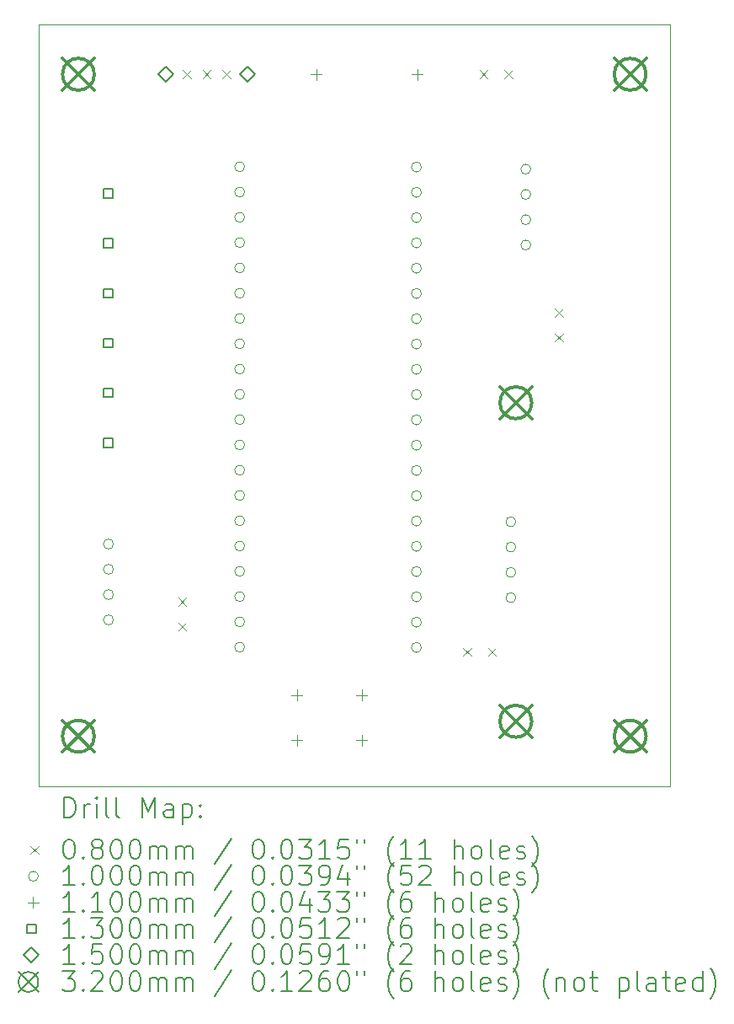
<source format=gbr>
%TF.GenerationSoftware,KiCad,Pcbnew,9.0.0*%
%TF.CreationDate,2025-03-16T21:41:08+01:00*%
%TF.ProjectId,lightThermo,6c696768-7454-4686-9572-6d6f2e6b6963,1.0*%
%TF.SameCoordinates,PX47868c0PY7d687e0*%
%TF.FileFunction,Drillmap*%
%TF.FilePolarity,Positive*%
%FSLAX45Y45*%
G04 Gerber Fmt 4.5, Leading zero omitted, Abs format (unit mm)*
G04 Created by KiCad (PCBNEW 9.0.0) date 2025-03-16 21:41:08*
%MOMM*%
%LPD*%
G01*
G04 APERTURE LIST*
%ADD10C,0.050000*%
%ADD11C,0.200000*%
%ADD12C,0.100000*%
%ADD13C,0.110000*%
%ADD14C,0.130000*%
%ADD15C,0.150000*%
%ADD16C,0.320000*%
G04 APERTURE END LIST*
D10*
X0Y7650000D02*
X6350000Y7650000D01*
X6350000Y0D01*
X0Y0D01*
X0Y7650000D01*
D11*
D12*
X1405000Y1890000D02*
X1485000Y1810000D01*
X1485000Y1890000D02*
X1405000Y1810000D01*
X1405000Y1640000D02*
X1485000Y1560000D01*
X1485000Y1640000D02*
X1405000Y1560000D01*
X1450000Y7190000D02*
X1530000Y7110000D01*
X1530000Y7190000D02*
X1450000Y7110000D01*
X1650000Y7190000D02*
X1730000Y7110000D01*
X1730000Y7190000D02*
X1650000Y7110000D01*
X1850000Y7190000D02*
X1930000Y7110000D01*
X1930000Y7190000D02*
X1850000Y7110000D01*
X4270000Y1385000D02*
X4350000Y1305000D01*
X4350000Y1385000D02*
X4270000Y1305000D01*
X4435000Y7190000D02*
X4515000Y7110000D01*
X4515000Y7190000D02*
X4435000Y7110000D01*
X4520000Y1385000D02*
X4600000Y1305000D01*
X4600000Y1385000D02*
X4520000Y1305000D01*
X4685000Y7190000D02*
X4765000Y7110000D01*
X4765000Y7190000D02*
X4685000Y7110000D01*
X5195000Y4795000D02*
X5275000Y4715000D01*
X5275000Y4795000D02*
X5195000Y4715000D01*
X5195000Y4545000D02*
X5275000Y4465000D01*
X5275000Y4545000D02*
X5195000Y4465000D01*
X752500Y2430000D02*
G75*
G02*
X652500Y2430000I-50000J0D01*
G01*
X652500Y2430000D02*
G75*
G02*
X752500Y2430000I50000J0D01*
G01*
X752500Y2176000D02*
G75*
G02*
X652500Y2176000I-50000J0D01*
G01*
X652500Y2176000D02*
G75*
G02*
X752500Y2176000I50000J0D01*
G01*
X752500Y1922000D02*
G75*
G02*
X652500Y1922000I-50000J0D01*
G01*
X652500Y1922000D02*
G75*
G02*
X752500Y1922000I50000J0D01*
G01*
X752500Y1668000D02*
G75*
G02*
X652500Y1668000I-50000J0D01*
G01*
X652500Y1668000D02*
G75*
G02*
X752500Y1668000I50000J0D01*
G01*
X2072000Y6220500D02*
G75*
G02*
X1972000Y6220500I-50000J0D01*
G01*
X1972000Y6220500D02*
G75*
G02*
X2072000Y6220500I50000J0D01*
G01*
X2072000Y5966500D02*
G75*
G02*
X1972000Y5966500I-50000J0D01*
G01*
X1972000Y5966500D02*
G75*
G02*
X2072000Y5966500I50000J0D01*
G01*
X2072000Y5712500D02*
G75*
G02*
X1972000Y5712500I-50000J0D01*
G01*
X1972000Y5712500D02*
G75*
G02*
X2072000Y5712500I50000J0D01*
G01*
X2072000Y5458500D02*
G75*
G02*
X1972000Y5458500I-50000J0D01*
G01*
X1972000Y5458500D02*
G75*
G02*
X2072000Y5458500I50000J0D01*
G01*
X2072000Y5204500D02*
G75*
G02*
X1972000Y5204500I-50000J0D01*
G01*
X1972000Y5204500D02*
G75*
G02*
X2072000Y5204500I50000J0D01*
G01*
X2072000Y4950500D02*
G75*
G02*
X1972000Y4950500I-50000J0D01*
G01*
X1972000Y4950500D02*
G75*
G02*
X2072000Y4950500I50000J0D01*
G01*
X2072000Y4696500D02*
G75*
G02*
X1972000Y4696500I-50000J0D01*
G01*
X1972000Y4696500D02*
G75*
G02*
X2072000Y4696500I50000J0D01*
G01*
X2072000Y4442500D02*
G75*
G02*
X1972000Y4442500I-50000J0D01*
G01*
X1972000Y4442500D02*
G75*
G02*
X2072000Y4442500I50000J0D01*
G01*
X2072000Y4188500D02*
G75*
G02*
X1972000Y4188500I-50000J0D01*
G01*
X1972000Y4188500D02*
G75*
G02*
X2072000Y4188500I50000J0D01*
G01*
X2072000Y3934500D02*
G75*
G02*
X1972000Y3934500I-50000J0D01*
G01*
X1972000Y3934500D02*
G75*
G02*
X2072000Y3934500I50000J0D01*
G01*
X2072000Y3680500D02*
G75*
G02*
X1972000Y3680500I-50000J0D01*
G01*
X1972000Y3680500D02*
G75*
G02*
X2072000Y3680500I50000J0D01*
G01*
X2072000Y3426500D02*
G75*
G02*
X1972000Y3426500I-50000J0D01*
G01*
X1972000Y3426500D02*
G75*
G02*
X2072000Y3426500I50000J0D01*
G01*
X2072000Y3172500D02*
G75*
G02*
X1972000Y3172500I-50000J0D01*
G01*
X1972000Y3172500D02*
G75*
G02*
X2072000Y3172500I50000J0D01*
G01*
X2072000Y2918500D02*
G75*
G02*
X1972000Y2918500I-50000J0D01*
G01*
X1972000Y2918500D02*
G75*
G02*
X2072000Y2918500I50000J0D01*
G01*
X2072000Y2664500D02*
G75*
G02*
X1972000Y2664500I-50000J0D01*
G01*
X1972000Y2664500D02*
G75*
G02*
X2072000Y2664500I50000J0D01*
G01*
X2072000Y2410500D02*
G75*
G02*
X1972000Y2410500I-50000J0D01*
G01*
X1972000Y2410500D02*
G75*
G02*
X2072000Y2410500I50000J0D01*
G01*
X2072000Y2156500D02*
G75*
G02*
X1972000Y2156500I-50000J0D01*
G01*
X1972000Y2156500D02*
G75*
G02*
X2072000Y2156500I50000J0D01*
G01*
X2072000Y1902500D02*
G75*
G02*
X1972000Y1902500I-50000J0D01*
G01*
X1972000Y1902500D02*
G75*
G02*
X2072000Y1902500I50000J0D01*
G01*
X2072000Y1648500D02*
G75*
G02*
X1972000Y1648500I-50000J0D01*
G01*
X1972000Y1648500D02*
G75*
G02*
X2072000Y1648500I50000J0D01*
G01*
X2072000Y1394500D02*
G75*
G02*
X1972000Y1394500I-50000J0D01*
G01*
X1972000Y1394500D02*
G75*
G02*
X2072000Y1394500I50000J0D01*
G01*
X3850000Y6218000D02*
G75*
G02*
X3750000Y6218000I-50000J0D01*
G01*
X3750000Y6218000D02*
G75*
G02*
X3850000Y6218000I50000J0D01*
G01*
X3850000Y5964000D02*
G75*
G02*
X3750000Y5964000I-50000J0D01*
G01*
X3750000Y5964000D02*
G75*
G02*
X3850000Y5964000I50000J0D01*
G01*
X3850000Y5710000D02*
G75*
G02*
X3750000Y5710000I-50000J0D01*
G01*
X3750000Y5710000D02*
G75*
G02*
X3850000Y5710000I50000J0D01*
G01*
X3850000Y5456000D02*
G75*
G02*
X3750000Y5456000I-50000J0D01*
G01*
X3750000Y5456000D02*
G75*
G02*
X3850000Y5456000I50000J0D01*
G01*
X3850000Y5202000D02*
G75*
G02*
X3750000Y5202000I-50000J0D01*
G01*
X3750000Y5202000D02*
G75*
G02*
X3850000Y5202000I50000J0D01*
G01*
X3850000Y4948000D02*
G75*
G02*
X3750000Y4948000I-50000J0D01*
G01*
X3750000Y4948000D02*
G75*
G02*
X3850000Y4948000I50000J0D01*
G01*
X3850000Y4694000D02*
G75*
G02*
X3750000Y4694000I-50000J0D01*
G01*
X3750000Y4694000D02*
G75*
G02*
X3850000Y4694000I50000J0D01*
G01*
X3850000Y4440000D02*
G75*
G02*
X3750000Y4440000I-50000J0D01*
G01*
X3750000Y4440000D02*
G75*
G02*
X3850000Y4440000I50000J0D01*
G01*
X3850000Y4186000D02*
G75*
G02*
X3750000Y4186000I-50000J0D01*
G01*
X3750000Y4186000D02*
G75*
G02*
X3850000Y4186000I50000J0D01*
G01*
X3850000Y3932000D02*
G75*
G02*
X3750000Y3932000I-50000J0D01*
G01*
X3750000Y3932000D02*
G75*
G02*
X3850000Y3932000I50000J0D01*
G01*
X3850000Y3678000D02*
G75*
G02*
X3750000Y3678000I-50000J0D01*
G01*
X3750000Y3678000D02*
G75*
G02*
X3850000Y3678000I50000J0D01*
G01*
X3850000Y3424000D02*
G75*
G02*
X3750000Y3424000I-50000J0D01*
G01*
X3750000Y3424000D02*
G75*
G02*
X3850000Y3424000I50000J0D01*
G01*
X3850000Y3170000D02*
G75*
G02*
X3750000Y3170000I-50000J0D01*
G01*
X3750000Y3170000D02*
G75*
G02*
X3850000Y3170000I50000J0D01*
G01*
X3850000Y2916000D02*
G75*
G02*
X3750000Y2916000I-50000J0D01*
G01*
X3750000Y2916000D02*
G75*
G02*
X3850000Y2916000I50000J0D01*
G01*
X3850000Y2662000D02*
G75*
G02*
X3750000Y2662000I-50000J0D01*
G01*
X3750000Y2662000D02*
G75*
G02*
X3850000Y2662000I50000J0D01*
G01*
X3850000Y2408000D02*
G75*
G02*
X3750000Y2408000I-50000J0D01*
G01*
X3750000Y2408000D02*
G75*
G02*
X3850000Y2408000I50000J0D01*
G01*
X3850000Y2154000D02*
G75*
G02*
X3750000Y2154000I-50000J0D01*
G01*
X3750000Y2154000D02*
G75*
G02*
X3850000Y2154000I50000J0D01*
G01*
X3850000Y1900000D02*
G75*
G02*
X3750000Y1900000I-50000J0D01*
G01*
X3750000Y1900000D02*
G75*
G02*
X3850000Y1900000I50000J0D01*
G01*
X3850000Y1646000D02*
G75*
G02*
X3750000Y1646000I-50000J0D01*
G01*
X3750000Y1646000D02*
G75*
G02*
X3850000Y1646000I50000J0D01*
G01*
X3850000Y1392000D02*
G75*
G02*
X3750000Y1392000I-50000J0D01*
G01*
X3750000Y1392000D02*
G75*
G02*
X3850000Y1392000I50000J0D01*
G01*
X4800000Y2654000D02*
G75*
G02*
X4700000Y2654000I-50000J0D01*
G01*
X4700000Y2654000D02*
G75*
G02*
X4800000Y2654000I50000J0D01*
G01*
X4800000Y2400000D02*
G75*
G02*
X4700000Y2400000I-50000J0D01*
G01*
X4700000Y2400000D02*
G75*
G02*
X4800000Y2400000I50000J0D01*
G01*
X4800000Y2146000D02*
G75*
G02*
X4700000Y2146000I-50000J0D01*
G01*
X4700000Y2146000D02*
G75*
G02*
X4800000Y2146000I50000J0D01*
G01*
X4800000Y1892000D02*
G75*
G02*
X4700000Y1892000I-50000J0D01*
G01*
X4700000Y1892000D02*
G75*
G02*
X4800000Y1892000I50000J0D01*
G01*
X4950000Y6197000D02*
G75*
G02*
X4850000Y6197000I-50000J0D01*
G01*
X4850000Y6197000D02*
G75*
G02*
X4950000Y6197000I50000J0D01*
G01*
X4950000Y5943000D02*
G75*
G02*
X4850000Y5943000I-50000J0D01*
G01*
X4850000Y5943000D02*
G75*
G02*
X4950000Y5943000I50000J0D01*
G01*
X4950000Y5689000D02*
G75*
G02*
X4850000Y5689000I-50000J0D01*
G01*
X4850000Y5689000D02*
G75*
G02*
X4950000Y5689000I50000J0D01*
G01*
X4950000Y5435000D02*
G75*
G02*
X4850000Y5435000I-50000J0D01*
G01*
X4850000Y5435000D02*
G75*
G02*
X4950000Y5435000I50000J0D01*
G01*
D13*
X2600000Y967000D02*
X2600000Y857000D01*
X2545000Y912000D02*
X2655000Y912000D01*
X2600000Y517000D02*
X2600000Y407000D01*
X2545000Y462000D02*
X2655000Y462000D01*
X2792000Y7205000D02*
X2792000Y7095000D01*
X2737000Y7150000D02*
X2847000Y7150000D01*
X3250000Y967000D02*
X3250000Y857000D01*
X3195000Y912000D02*
X3305000Y912000D01*
X3250000Y517000D02*
X3250000Y407000D01*
X3195000Y462000D02*
X3305000Y462000D01*
X3808000Y7205000D02*
X3808000Y7095000D01*
X3753000Y7150000D02*
X3863000Y7150000D01*
D14*
X745962Y5904038D02*
X745962Y5995962D01*
X654038Y5995962D01*
X654038Y5904038D01*
X745962Y5904038D01*
X745962Y5404038D02*
X745962Y5495962D01*
X654038Y5495962D01*
X654038Y5404038D01*
X745962Y5404038D01*
X745962Y4904038D02*
X745962Y4995962D01*
X654038Y4995962D01*
X654038Y4904038D01*
X745962Y4904038D01*
X745962Y4404038D02*
X745962Y4495962D01*
X654038Y4495962D01*
X654038Y4404038D01*
X745962Y4404038D01*
X745962Y3904038D02*
X745962Y3995962D01*
X654038Y3995962D01*
X654038Y3904038D01*
X745962Y3904038D01*
X745962Y3404038D02*
X745962Y3495962D01*
X654038Y3495962D01*
X654038Y3404038D01*
X745962Y3404038D01*
D15*
X1280000Y7075000D02*
X1355000Y7150000D01*
X1280000Y7225000D01*
X1205000Y7150000D01*
X1280000Y7075000D01*
X2100000Y7075000D02*
X2175000Y7150000D01*
X2100000Y7225000D01*
X2025000Y7150000D01*
X2100000Y7075000D01*
D16*
X240000Y7310000D02*
X560000Y6990000D01*
X560000Y7310000D02*
X240000Y6990000D01*
X560000Y7150000D02*
G75*
G02*
X240000Y7150000I-160000J0D01*
G01*
X240000Y7150000D02*
G75*
G02*
X560000Y7150000I160000J0D01*
G01*
X240000Y660000D02*
X560000Y340000D01*
X560000Y660000D02*
X240000Y340000D01*
X560000Y500000D02*
G75*
G02*
X240000Y500000I-160000J0D01*
G01*
X240000Y500000D02*
G75*
G02*
X560000Y500000I160000J0D01*
G01*
X4640000Y4010000D02*
X4960000Y3690000D01*
X4960000Y4010000D02*
X4640000Y3690000D01*
X4960000Y3850000D02*
G75*
G02*
X4640000Y3850000I-160000J0D01*
G01*
X4640000Y3850000D02*
G75*
G02*
X4960000Y3850000I160000J0D01*
G01*
X4640000Y810000D02*
X4960000Y490000D01*
X4960000Y810000D02*
X4640000Y490000D01*
X4960000Y650000D02*
G75*
G02*
X4640000Y650000I-160000J0D01*
G01*
X4640000Y650000D02*
G75*
G02*
X4960000Y650000I160000J0D01*
G01*
X5790000Y7310000D02*
X6110000Y6990000D01*
X6110000Y7310000D02*
X5790000Y6990000D01*
X6110000Y7150000D02*
G75*
G02*
X5790000Y7150000I-160000J0D01*
G01*
X5790000Y7150000D02*
G75*
G02*
X6110000Y7150000I160000J0D01*
G01*
X5790000Y660000D02*
X6110000Y340000D01*
X6110000Y660000D02*
X5790000Y340000D01*
X6110000Y500000D02*
G75*
G02*
X5790000Y500000I-160000J0D01*
G01*
X5790000Y500000D02*
G75*
G02*
X6110000Y500000I160000J0D01*
G01*
D11*
X258277Y-313984D02*
X258277Y-113984D01*
X258277Y-113984D02*
X305896Y-113984D01*
X305896Y-113984D02*
X334467Y-123508D01*
X334467Y-123508D02*
X353515Y-142555D01*
X353515Y-142555D02*
X363039Y-161603D01*
X363039Y-161603D02*
X372562Y-199698D01*
X372562Y-199698D02*
X372562Y-228269D01*
X372562Y-228269D02*
X363039Y-266365D01*
X363039Y-266365D02*
X353515Y-285412D01*
X353515Y-285412D02*
X334467Y-304460D01*
X334467Y-304460D02*
X305896Y-313984D01*
X305896Y-313984D02*
X258277Y-313984D01*
X458277Y-313984D02*
X458277Y-180650D01*
X458277Y-218746D02*
X467801Y-199698D01*
X467801Y-199698D02*
X477324Y-190174D01*
X477324Y-190174D02*
X496372Y-180650D01*
X496372Y-180650D02*
X515420Y-180650D01*
X582086Y-313984D02*
X582086Y-180650D01*
X582086Y-113984D02*
X572563Y-123508D01*
X572563Y-123508D02*
X582086Y-133031D01*
X582086Y-133031D02*
X591610Y-123508D01*
X591610Y-123508D02*
X582086Y-113984D01*
X582086Y-113984D02*
X582086Y-133031D01*
X705896Y-313984D02*
X686848Y-304460D01*
X686848Y-304460D02*
X677324Y-285412D01*
X677324Y-285412D02*
X677324Y-113984D01*
X810658Y-313984D02*
X791610Y-304460D01*
X791610Y-304460D02*
X782086Y-285412D01*
X782086Y-285412D02*
X782086Y-113984D01*
X1039229Y-313984D02*
X1039229Y-113984D01*
X1039229Y-113984D02*
X1105896Y-256841D01*
X1105896Y-256841D02*
X1172563Y-113984D01*
X1172563Y-113984D02*
X1172563Y-313984D01*
X1353515Y-313984D02*
X1353515Y-209222D01*
X1353515Y-209222D02*
X1343991Y-190174D01*
X1343991Y-190174D02*
X1324944Y-180650D01*
X1324944Y-180650D02*
X1286848Y-180650D01*
X1286848Y-180650D02*
X1267801Y-190174D01*
X1353515Y-304460D02*
X1334467Y-313984D01*
X1334467Y-313984D02*
X1286848Y-313984D01*
X1286848Y-313984D02*
X1267801Y-304460D01*
X1267801Y-304460D02*
X1258277Y-285412D01*
X1258277Y-285412D02*
X1258277Y-266365D01*
X1258277Y-266365D02*
X1267801Y-247317D01*
X1267801Y-247317D02*
X1286848Y-237793D01*
X1286848Y-237793D02*
X1334467Y-237793D01*
X1334467Y-237793D02*
X1353515Y-228269D01*
X1448753Y-180650D02*
X1448753Y-380650D01*
X1448753Y-190174D02*
X1467801Y-180650D01*
X1467801Y-180650D02*
X1505896Y-180650D01*
X1505896Y-180650D02*
X1524943Y-190174D01*
X1524943Y-190174D02*
X1534467Y-199698D01*
X1534467Y-199698D02*
X1543991Y-218746D01*
X1543991Y-218746D02*
X1543991Y-275889D01*
X1543991Y-275889D02*
X1534467Y-294936D01*
X1534467Y-294936D02*
X1524943Y-304460D01*
X1524943Y-304460D02*
X1505896Y-313984D01*
X1505896Y-313984D02*
X1467801Y-313984D01*
X1467801Y-313984D02*
X1448753Y-304460D01*
X1629705Y-294936D02*
X1639229Y-304460D01*
X1639229Y-304460D02*
X1629705Y-313984D01*
X1629705Y-313984D02*
X1620182Y-304460D01*
X1620182Y-304460D02*
X1629705Y-294936D01*
X1629705Y-294936D02*
X1629705Y-313984D01*
X1629705Y-190174D02*
X1639229Y-199698D01*
X1639229Y-199698D02*
X1629705Y-209222D01*
X1629705Y-209222D02*
X1620182Y-199698D01*
X1620182Y-199698D02*
X1629705Y-190174D01*
X1629705Y-190174D02*
X1629705Y-209222D01*
D12*
X-82500Y-602500D02*
X-2500Y-682500D01*
X-2500Y-602500D02*
X-82500Y-682500D01*
D11*
X296372Y-533984D02*
X315420Y-533984D01*
X315420Y-533984D02*
X334467Y-543508D01*
X334467Y-543508D02*
X343991Y-553031D01*
X343991Y-553031D02*
X353515Y-572079D01*
X353515Y-572079D02*
X363039Y-610174D01*
X363039Y-610174D02*
X363039Y-657793D01*
X363039Y-657793D02*
X353515Y-695889D01*
X353515Y-695889D02*
X343991Y-714936D01*
X343991Y-714936D02*
X334467Y-724460D01*
X334467Y-724460D02*
X315420Y-733984D01*
X315420Y-733984D02*
X296372Y-733984D01*
X296372Y-733984D02*
X277324Y-724460D01*
X277324Y-724460D02*
X267801Y-714936D01*
X267801Y-714936D02*
X258277Y-695889D01*
X258277Y-695889D02*
X248753Y-657793D01*
X248753Y-657793D02*
X248753Y-610174D01*
X248753Y-610174D02*
X258277Y-572079D01*
X258277Y-572079D02*
X267801Y-553031D01*
X267801Y-553031D02*
X277324Y-543508D01*
X277324Y-543508D02*
X296372Y-533984D01*
X448753Y-714936D02*
X458277Y-724460D01*
X458277Y-724460D02*
X448753Y-733984D01*
X448753Y-733984D02*
X439229Y-724460D01*
X439229Y-724460D02*
X448753Y-714936D01*
X448753Y-714936D02*
X448753Y-733984D01*
X572563Y-619698D02*
X553515Y-610174D01*
X553515Y-610174D02*
X543991Y-600650D01*
X543991Y-600650D02*
X534467Y-581603D01*
X534467Y-581603D02*
X534467Y-572079D01*
X534467Y-572079D02*
X543991Y-553031D01*
X543991Y-553031D02*
X553515Y-543508D01*
X553515Y-543508D02*
X572563Y-533984D01*
X572563Y-533984D02*
X610658Y-533984D01*
X610658Y-533984D02*
X629705Y-543508D01*
X629705Y-543508D02*
X639229Y-553031D01*
X639229Y-553031D02*
X648753Y-572079D01*
X648753Y-572079D02*
X648753Y-581603D01*
X648753Y-581603D02*
X639229Y-600650D01*
X639229Y-600650D02*
X629705Y-610174D01*
X629705Y-610174D02*
X610658Y-619698D01*
X610658Y-619698D02*
X572563Y-619698D01*
X572563Y-619698D02*
X553515Y-629222D01*
X553515Y-629222D02*
X543991Y-638746D01*
X543991Y-638746D02*
X534467Y-657793D01*
X534467Y-657793D02*
X534467Y-695889D01*
X534467Y-695889D02*
X543991Y-714936D01*
X543991Y-714936D02*
X553515Y-724460D01*
X553515Y-724460D02*
X572563Y-733984D01*
X572563Y-733984D02*
X610658Y-733984D01*
X610658Y-733984D02*
X629705Y-724460D01*
X629705Y-724460D02*
X639229Y-714936D01*
X639229Y-714936D02*
X648753Y-695889D01*
X648753Y-695889D02*
X648753Y-657793D01*
X648753Y-657793D02*
X639229Y-638746D01*
X639229Y-638746D02*
X629705Y-629222D01*
X629705Y-629222D02*
X610658Y-619698D01*
X772562Y-533984D02*
X791610Y-533984D01*
X791610Y-533984D02*
X810658Y-543508D01*
X810658Y-543508D02*
X820182Y-553031D01*
X820182Y-553031D02*
X829705Y-572079D01*
X829705Y-572079D02*
X839229Y-610174D01*
X839229Y-610174D02*
X839229Y-657793D01*
X839229Y-657793D02*
X829705Y-695889D01*
X829705Y-695889D02*
X820182Y-714936D01*
X820182Y-714936D02*
X810658Y-724460D01*
X810658Y-724460D02*
X791610Y-733984D01*
X791610Y-733984D02*
X772562Y-733984D01*
X772562Y-733984D02*
X753515Y-724460D01*
X753515Y-724460D02*
X743991Y-714936D01*
X743991Y-714936D02*
X734467Y-695889D01*
X734467Y-695889D02*
X724943Y-657793D01*
X724943Y-657793D02*
X724943Y-610174D01*
X724943Y-610174D02*
X734467Y-572079D01*
X734467Y-572079D02*
X743991Y-553031D01*
X743991Y-553031D02*
X753515Y-543508D01*
X753515Y-543508D02*
X772562Y-533984D01*
X963039Y-533984D02*
X982086Y-533984D01*
X982086Y-533984D02*
X1001134Y-543508D01*
X1001134Y-543508D02*
X1010658Y-553031D01*
X1010658Y-553031D02*
X1020182Y-572079D01*
X1020182Y-572079D02*
X1029705Y-610174D01*
X1029705Y-610174D02*
X1029705Y-657793D01*
X1029705Y-657793D02*
X1020182Y-695889D01*
X1020182Y-695889D02*
X1010658Y-714936D01*
X1010658Y-714936D02*
X1001134Y-724460D01*
X1001134Y-724460D02*
X982086Y-733984D01*
X982086Y-733984D02*
X963039Y-733984D01*
X963039Y-733984D02*
X943991Y-724460D01*
X943991Y-724460D02*
X934467Y-714936D01*
X934467Y-714936D02*
X924943Y-695889D01*
X924943Y-695889D02*
X915420Y-657793D01*
X915420Y-657793D02*
X915420Y-610174D01*
X915420Y-610174D02*
X924943Y-572079D01*
X924943Y-572079D02*
X934467Y-553031D01*
X934467Y-553031D02*
X943991Y-543508D01*
X943991Y-543508D02*
X963039Y-533984D01*
X1115420Y-733984D02*
X1115420Y-600650D01*
X1115420Y-619698D02*
X1124944Y-610174D01*
X1124944Y-610174D02*
X1143991Y-600650D01*
X1143991Y-600650D02*
X1172563Y-600650D01*
X1172563Y-600650D02*
X1191610Y-610174D01*
X1191610Y-610174D02*
X1201134Y-629222D01*
X1201134Y-629222D02*
X1201134Y-733984D01*
X1201134Y-629222D02*
X1210658Y-610174D01*
X1210658Y-610174D02*
X1229705Y-600650D01*
X1229705Y-600650D02*
X1258277Y-600650D01*
X1258277Y-600650D02*
X1277325Y-610174D01*
X1277325Y-610174D02*
X1286848Y-629222D01*
X1286848Y-629222D02*
X1286848Y-733984D01*
X1382086Y-733984D02*
X1382086Y-600650D01*
X1382086Y-619698D02*
X1391610Y-610174D01*
X1391610Y-610174D02*
X1410658Y-600650D01*
X1410658Y-600650D02*
X1439229Y-600650D01*
X1439229Y-600650D02*
X1458277Y-610174D01*
X1458277Y-610174D02*
X1467801Y-629222D01*
X1467801Y-629222D02*
X1467801Y-733984D01*
X1467801Y-629222D02*
X1477324Y-610174D01*
X1477324Y-610174D02*
X1496372Y-600650D01*
X1496372Y-600650D02*
X1524943Y-600650D01*
X1524943Y-600650D02*
X1543991Y-610174D01*
X1543991Y-610174D02*
X1553515Y-629222D01*
X1553515Y-629222D02*
X1553515Y-733984D01*
X1943991Y-524460D02*
X1772563Y-781603D01*
X2201134Y-533984D02*
X2220182Y-533984D01*
X2220182Y-533984D02*
X2239229Y-543508D01*
X2239229Y-543508D02*
X2248753Y-553031D01*
X2248753Y-553031D02*
X2258277Y-572079D01*
X2258277Y-572079D02*
X2267801Y-610174D01*
X2267801Y-610174D02*
X2267801Y-657793D01*
X2267801Y-657793D02*
X2258277Y-695889D01*
X2258277Y-695889D02*
X2248753Y-714936D01*
X2248753Y-714936D02*
X2239229Y-724460D01*
X2239229Y-724460D02*
X2220182Y-733984D01*
X2220182Y-733984D02*
X2201134Y-733984D01*
X2201134Y-733984D02*
X2182087Y-724460D01*
X2182087Y-724460D02*
X2172563Y-714936D01*
X2172563Y-714936D02*
X2163039Y-695889D01*
X2163039Y-695889D02*
X2153515Y-657793D01*
X2153515Y-657793D02*
X2153515Y-610174D01*
X2153515Y-610174D02*
X2163039Y-572079D01*
X2163039Y-572079D02*
X2172563Y-553031D01*
X2172563Y-553031D02*
X2182087Y-543508D01*
X2182087Y-543508D02*
X2201134Y-533984D01*
X2353515Y-714936D02*
X2363039Y-724460D01*
X2363039Y-724460D02*
X2353515Y-733984D01*
X2353515Y-733984D02*
X2343991Y-724460D01*
X2343991Y-724460D02*
X2353515Y-714936D01*
X2353515Y-714936D02*
X2353515Y-733984D01*
X2486848Y-533984D02*
X2505896Y-533984D01*
X2505896Y-533984D02*
X2524944Y-543508D01*
X2524944Y-543508D02*
X2534468Y-553031D01*
X2534468Y-553031D02*
X2543991Y-572079D01*
X2543991Y-572079D02*
X2553515Y-610174D01*
X2553515Y-610174D02*
X2553515Y-657793D01*
X2553515Y-657793D02*
X2543991Y-695889D01*
X2543991Y-695889D02*
X2534468Y-714936D01*
X2534468Y-714936D02*
X2524944Y-724460D01*
X2524944Y-724460D02*
X2505896Y-733984D01*
X2505896Y-733984D02*
X2486848Y-733984D01*
X2486848Y-733984D02*
X2467801Y-724460D01*
X2467801Y-724460D02*
X2458277Y-714936D01*
X2458277Y-714936D02*
X2448753Y-695889D01*
X2448753Y-695889D02*
X2439229Y-657793D01*
X2439229Y-657793D02*
X2439229Y-610174D01*
X2439229Y-610174D02*
X2448753Y-572079D01*
X2448753Y-572079D02*
X2458277Y-553031D01*
X2458277Y-553031D02*
X2467801Y-543508D01*
X2467801Y-543508D02*
X2486848Y-533984D01*
X2620182Y-533984D02*
X2743991Y-533984D01*
X2743991Y-533984D02*
X2677325Y-610174D01*
X2677325Y-610174D02*
X2705896Y-610174D01*
X2705896Y-610174D02*
X2724944Y-619698D01*
X2724944Y-619698D02*
X2734468Y-629222D01*
X2734468Y-629222D02*
X2743991Y-648270D01*
X2743991Y-648270D02*
X2743991Y-695889D01*
X2743991Y-695889D02*
X2734468Y-714936D01*
X2734468Y-714936D02*
X2724944Y-724460D01*
X2724944Y-724460D02*
X2705896Y-733984D01*
X2705896Y-733984D02*
X2648753Y-733984D01*
X2648753Y-733984D02*
X2629706Y-724460D01*
X2629706Y-724460D02*
X2620182Y-714936D01*
X2934467Y-733984D02*
X2820182Y-733984D01*
X2877325Y-733984D02*
X2877325Y-533984D01*
X2877325Y-533984D02*
X2858277Y-562555D01*
X2858277Y-562555D02*
X2839229Y-581603D01*
X2839229Y-581603D02*
X2820182Y-591127D01*
X3115420Y-533984D02*
X3020182Y-533984D01*
X3020182Y-533984D02*
X3010658Y-629222D01*
X3010658Y-629222D02*
X3020182Y-619698D01*
X3020182Y-619698D02*
X3039229Y-610174D01*
X3039229Y-610174D02*
X3086848Y-610174D01*
X3086848Y-610174D02*
X3105896Y-619698D01*
X3105896Y-619698D02*
X3115420Y-629222D01*
X3115420Y-629222D02*
X3124944Y-648270D01*
X3124944Y-648270D02*
X3124944Y-695889D01*
X3124944Y-695889D02*
X3115420Y-714936D01*
X3115420Y-714936D02*
X3105896Y-724460D01*
X3105896Y-724460D02*
X3086848Y-733984D01*
X3086848Y-733984D02*
X3039229Y-733984D01*
X3039229Y-733984D02*
X3020182Y-724460D01*
X3020182Y-724460D02*
X3010658Y-714936D01*
X3201134Y-533984D02*
X3201134Y-572079D01*
X3277325Y-533984D02*
X3277325Y-572079D01*
X3572563Y-810174D02*
X3563039Y-800650D01*
X3563039Y-800650D02*
X3543991Y-772079D01*
X3543991Y-772079D02*
X3534468Y-753031D01*
X3534468Y-753031D02*
X3524944Y-724460D01*
X3524944Y-724460D02*
X3515420Y-676841D01*
X3515420Y-676841D02*
X3515420Y-638746D01*
X3515420Y-638746D02*
X3524944Y-591127D01*
X3524944Y-591127D02*
X3534468Y-562555D01*
X3534468Y-562555D02*
X3543991Y-543508D01*
X3543991Y-543508D02*
X3563039Y-514936D01*
X3563039Y-514936D02*
X3572563Y-505412D01*
X3753515Y-733984D02*
X3639229Y-733984D01*
X3696372Y-733984D02*
X3696372Y-533984D01*
X3696372Y-533984D02*
X3677325Y-562555D01*
X3677325Y-562555D02*
X3658277Y-581603D01*
X3658277Y-581603D02*
X3639229Y-591127D01*
X3943991Y-733984D02*
X3829706Y-733984D01*
X3886848Y-733984D02*
X3886848Y-533984D01*
X3886848Y-533984D02*
X3867801Y-562555D01*
X3867801Y-562555D02*
X3848753Y-581603D01*
X3848753Y-581603D02*
X3829706Y-591127D01*
X4182087Y-733984D02*
X4182087Y-533984D01*
X4267801Y-733984D02*
X4267801Y-629222D01*
X4267801Y-629222D02*
X4258277Y-610174D01*
X4258277Y-610174D02*
X4239230Y-600650D01*
X4239230Y-600650D02*
X4210658Y-600650D01*
X4210658Y-600650D02*
X4191610Y-610174D01*
X4191610Y-610174D02*
X4182087Y-619698D01*
X4391611Y-733984D02*
X4372563Y-724460D01*
X4372563Y-724460D02*
X4363039Y-714936D01*
X4363039Y-714936D02*
X4353515Y-695889D01*
X4353515Y-695889D02*
X4353515Y-638746D01*
X4353515Y-638746D02*
X4363039Y-619698D01*
X4363039Y-619698D02*
X4372563Y-610174D01*
X4372563Y-610174D02*
X4391611Y-600650D01*
X4391611Y-600650D02*
X4420182Y-600650D01*
X4420182Y-600650D02*
X4439230Y-610174D01*
X4439230Y-610174D02*
X4448753Y-619698D01*
X4448753Y-619698D02*
X4458277Y-638746D01*
X4458277Y-638746D02*
X4458277Y-695889D01*
X4458277Y-695889D02*
X4448753Y-714936D01*
X4448753Y-714936D02*
X4439230Y-724460D01*
X4439230Y-724460D02*
X4420182Y-733984D01*
X4420182Y-733984D02*
X4391611Y-733984D01*
X4572563Y-733984D02*
X4553515Y-724460D01*
X4553515Y-724460D02*
X4543992Y-705412D01*
X4543992Y-705412D02*
X4543992Y-533984D01*
X4724944Y-724460D02*
X4705896Y-733984D01*
X4705896Y-733984D02*
X4667801Y-733984D01*
X4667801Y-733984D02*
X4648753Y-724460D01*
X4648753Y-724460D02*
X4639230Y-705412D01*
X4639230Y-705412D02*
X4639230Y-629222D01*
X4639230Y-629222D02*
X4648753Y-610174D01*
X4648753Y-610174D02*
X4667801Y-600650D01*
X4667801Y-600650D02*
X4705896Y-600650D01*
X4705896Y-600650D02*
X4724944Y-610174D01*
X4724944Y-610174D02*
X4734468Y-629222D01*
X4734468Y-629222D02*
X4734468Y-648270D01*
X4734468Y-648270D02*
X4639230Y-667317D01*
X4810658Y-724460D02*
X4829706Y-733984D01*
X4829706Y-733984D02*
X4867801Y-733984D01*
X4867801Y-733984D02*
X4886849Y-724460D01*
X4886849Y-724460D02*
X4896373Y-705412D01*
X4896373Y-705412D02*
X4896373Y-695889D01*
X4896373Y-695889D02*
X4886849Y-676841D01*
X4886849Y-676841D02*
X4867801Y-667317D01*
X4867801Y-667317D02*
X4839230Y-667317D01*
X4839230Y-667317D02*
X4820182Y-657793D01*
X4820182Y-657793D02*
X4810658Y-638746D01*
X4810658Y-638746D02*
X4810658Y-629222D01*
X4810658Y-629222D02*
X4820182Y-610174D01*
X4820182Y-610174D02*
X4839230Y-600650D01*
X4839230Y-600650D02*
X4867801Y-600650D01*
X4867801Y-600650D02*
X4886849Y-610174D01*
X4963039Y-810174D02*
X4972563Y-800650D01*
X4972563Y-800650D02*
X4991611Y-772079D01*
X4991611Y-772079D02*
X5001134Y-753031D01*
X5001134Y-753031D02*
X5010658Y-724460D01*
X5010658Y-724460D02*
X5020182Y-676841D01*
X5020182Y-676841D02*
X5020182Y-638746D01*
X5020182Y-638746D02*
X5010658Y-591127D01*
X5010658Y-591127D02*
X5001134Y-562555D01*
X5001134Y-562555D02*
X4991611Y-543508D01*
X4991611Y-543508D02*
X4972563Y-514936D01*
X4972563Y-514936D02*
X4963039Y-505412D01*
D12*
X-2500Y-906500D02*
G75*
G02*
X-102500Y-906500I-50000J0D01*
G01*
X-102500Y-906500D02*
G75*
G02*
X-2500Y-906500I50000J0D01*
G01*
D11*
X363039Y-997984D02*
X248753Y-997984D01*
X305896Y-997984D02*
X305896Y-797984D01*
X305896Y-797984D02*
X286848Y-826555D01*
X286848Y-826555D02*
X267801Y-845603D01*
X267801Y-845603D02*
X248753Y-855127D01*
X448753Y-978936D02*
X458277Y-988460D01*
X458277Y-988460D02*
X448753Y-997984D01*
X448753Y-997984D02*
X439229Y-988460D01*
X439229Y-988460D02*
X448753Y-978936D01*
X448753Y-978936D02*
X448753Y-997984D01*
X582086Y-797984D02*
X601134Y-797984D01*
X601134Y-797984D02*
X620182Y-807508D01*
X620182Y-807508D02*
X629705Y-817031D01*
X629705Y-817031D02*
X639229Y-836079D01*
X639229Y-836079D02*
X648753Y-874174D01*
X648753Y-874174D02*
X648753Y-921793D01*
X648753Y-921793D02*
X639229Y-959888D01*
X639229Y-959888D02*
X629705Y-978936D01*
X629705Y-978936D02*
X620182Y-988460D01*
X620182Y-988460D02*
X601134Y-997984D01*
X601134Y-997984D02*
X582086Y-997984D01*
X582086Y-997984D02*
X563039Y-988460D01*
X563039Y-988460D02*
X553515Y-978936D01*
X553515Y-978936D02*
X543991Y-959888D01*
X543991Y-959888D02*
X534467Y-921793D01*
X534467Y-921793D02*
X534467Y-874174D01*
X534467Y-874174D02*
X543991Y-836079D01*
X543991Y-836079D02*
X553515Y-817031D01*
X553515Y-817031D02*
X563039Y-807508D01*
X563039Y-807508D02*
X582086Y-797984D01*
X772562Y-797984D02*
X791610Y-797984D01*
X791610Y-797984D02*
X810658Y-807508D01*
X810658Y-807508D02*
X820182Y-817031D01*
X820182Y-817031D02*
X829705Y-836079D01*
X829705Y-836079D02*
X839229Y-874174D01*
X839229Y-874174D02*
X839229Y-921793D01*
X839229Y-921793D02*
X829705Y-959888D01*
X829705Y-959888D02*
X820182Y-978936D01*
X820182Y-978936D02*
X810658Y-988460D01*
X810658Y-988460D02*
X791610Y-997984D01*
X791610Y-997984D02*
X772562Y-997984D01*
X772562Y-997984D02*
X753515Y-988460D01*
X753515Y-988460D02*
X743991Y-978936D01*
X743991Y-978936D02*
X734467Y-959888D01*
X734467Y-959888D02*
X724943Y-921793D01*
X724943Y-921793D02*
X724943Y-874174D01*
X724943Y-874174D02*
X734467Y-836079D01*
X734467Y-836079D02*
X743991Y-817031D01*
X743991Y-817031D02*
X753515Y-807508D01*
X753515Y-807508D02*
X772562Y-797984D01*
X963039Y-797984D02*
X982086Y-797984D01*
X982086Y-797984D02*
X1001134Y-807508D01*
X1001134Y-807508D02*
X1010658Y-817031D01*
X1010658Y-817031D02*
X1020182Y-836079D01*
X1020182Y-836079D02*
X1029705Y-874174D01*
X1029705Y-874174D02*
X1029705Y-921793D01*
X1029705Y-921793D02*
X1020182Y-959888D01*
X1020182Y-959888D02*
X1010658Y-978936D01*
X1010658Y-978936D02*
X1001134Y-988460D01*
X1001134Y-988460D02*
X982086Y-997984D01*
X982086Y-997984D02*
X963039Y-997984D01*
X963039Y-997984D02*
X943991Y-988460D01*
X943991Y-988460D02*
X934467Y-978936D01*
X934467Y-978936D02*
X924943Y-959888D01*
X924943Y-959888D02*
X915420Y-921793D01*
X915420Y-921793D02*
X915420Y-874174D01*
X915420Y-874174D02*
X924943Y-836079D01*
X924943Y-836079D02*
X934467Y-817031D01*
X934467Y-817031D02*
X943991Y-807508D01*
X943991Y-807508D02*
X963039Y-797984D01*
X1115420Y-997984D02*
X1115420Y-864650D01*
X1115420Y-883698D02*
X1124944Y-874174D01*
X1124944Y-874174D02*
X1143991Y-864650D01*
X1143991Y-864650D02*
X1172563Y-864650D01*
X1172563Y-864650D02*
X1191610Y-874174D01*
X1191610Y-874174D02*
X1201134Y-893222D01*
X1201134Y-893222D02*
X1201134Y-997984D01*
X1201134Y-893222D02*
X1210658Y-874174D01*
X1210658Y-874174D02*
X1229705Y-864650D01*
X1229705Y-864650D02*
X1258277Y-864650D01*
X1258277Y-864650D02*
X1277325Y-874174D01*
X1277325Y-874174D02*
X1286848Y-893222D01*
X1286848Y-893222D02*
X1286848Y-997984D01*
X1382086Y-997984D02*
X1382086Y-864650D01*
X1382086Y-883698D02*
X1391610Y-874174D01*
X1391610Y-874174D02*
X1410658Y-864650D01*
X1410658Y-864650D02*
X1439229Y-864650D01*
X1439229Y-864650D02*
X1458277Y-874174D01*
X1458277Y-874174D02*
X1467801Y-893222D01*
X1467801Y-893222D02*
X1467801Y-997984D01*
X1467801Y-893222D02*
X1477324Y-874174D01*
X1477324Y-874174D02*
X1496372Y-864650D01*
X1496372Y-864650D02*
X1524943Y-864650D01*
X1524943Y-864650D02*
X1543991Y-874174D01*
X1543991Y-874174D02*
X1553515Y-893222D01*
X1553515Y-893222D02*
X1553515Y-997984D01*
X1943991Y-788460D02*
X1772563Y-1045603D01*
X2201134Y-797984D02*
X2220182Y-797984D01*
X2220182Y-797984D02*
X2239229Y-807508D01*
X2239229Y-807508D02*
X2248753Y-817031D01*
X2248753Y-817031D02*
X2258277Y-836079D01*
X2258277Y-836079D02*
X2267801Y-874174D01*
X2267801Y-874174D02*
X2267801Y-921793D01*
X2267801Y-921793D02*
X2258277Y-959888D01*
X2258277Y-959888D02*
X2248753Y-978936D01*
X2248753Y-978936D02*
X2239229Y-988460D01*
X2239229Y-988460D02*
X2220182Y-997984D01*
X2220182Y-997984D02*
X2201134Y-997984D01*
X2201134Y-997984D02*
X2182087Y-988460D01*
X2182087Y-988460D02*
X2172563Y-978936D01*
X2172563Y-978936D02*
X2163039Y-959888D01*
X2163039Y-959888D02*
X2153515Y-921793D01*
X2153515Y-921793D02*
X2153515Y-874174D01*
X2153515Y-874174D02*
X2163039Y-836079D01*
X2163039Y-836079D02*
X2172563Y-817031D01*
X2172563Y-817031D02*
X2182087Y-807508D01*
X2182087Y-807508D02*
X2201134Y-797984D01*
X2353515Y-978936D02*
X2363039Y-988460D01*
X2363039Y-988460D02*
X2353515Y-997984D01*
X2353515Y-997984D02*
X2343991Y-988460D01*
X2343991Y-988460D02*
X2353515Y-978936D01*
X2353515Y-978936D02*
X2353515Y-997984D01*
X2486848Y-797984D02*
X2505896Y-797984D01*
X2505896Y-797984D02*
X2524944Y-807508D01*
X2524944Y-807508D02*
X2534468Y-817031D01*
X2534468Y-817031D02*
X2543991Y-836079D01*
X2543991Y-836079D02*
X2553515Y-874174D01*
X2553515Y-874174D02*
X2553515Y-921793D01*
X2553515Y-921793D02*
X2543991Y-959888D01*
X2543991Y-959888D02*
X2534468Y-978936D01*
X2534468Y-978936D02*
X2524944Y-988460D01*
X2524944Y-988460D02*
X2505896Y-997984D01*
X2505896Y-997984D02*
X2486848Y-997984D01*
X2486848Y-997984D02*
X2467801Y-988460D01*
X2467801Y-988460D02*
X2458277Y-978936D01*
X2458277Y-978936D02*
X2448753Y-959888D01*
X2448753Y-959888D02*
X2439229Y-921793D01*
X2439229Y-921793D02*
X2439229Y-874174D01*
X2439229Y-874174D02*
X2448753Y-836079D01*
X2448753Y-836079D02*
X2458277Y-817031D01*
X2458277Y-817031D02*
X2467801Y-807508D01*
X2467801Y-807508D02*
X2486848Y-797984D01*
X2620182Y-797984D02*
X2743991Y-797984D01*
X2743991Y-797984D02*
X2677325Y-874174D01*
X2677325Y-874174D02*
X2705896Y-874174D01*
X2705896Y-874174D02*
X2724944Y-883698D01*
X2724944Y-883698D02*
X2734468Y-893222D01*
X2734468Y-893222D02*
X2743991Y-912269D01*
X2743991Y-912269D02*
X2743991Y-959888D01*
X2743991Y-959888D02*
X2734468Y-978936D01*
X2734468Y-978936D02*
X2724944Y-988460D01*
X2724944Y-988460D02*
X2705896Y-997984D01*
X2705896Y-997984D02*
X2648753Y-997984D01*
X2648753Y-997984D02*
X2629706Y-988460D01*
X2629706Y-988460D02*
X2620182Y-978936D01*
X2839229Y-997984D02*
X2877325Y-997984D01*
X2877325Y-997984D02*
X2896372Y-988460D01*
X2896372Y-988460D02*
X2905896Y-978936D01*
X2905896Y-978936D02*
X2924944Y-950365D01*
X2924944Y-950365D02*
X2934467Y-912269D01*
X2934467Y-912269D02*
X2934467Y-836079D01*
X2934467Y-836079D02*
X2924944Y-817031D01*
X2924944Y-817031D02*
X2915420Y-807508D01*
X2915420Y-807508D02*
X2896372Y-797984D01*
X2896372Y-797984D02*
X2858277Y-797984D01*
X2858277Y-797984D02*
X2839229Y-807508D01*
X2839229Y-807508D02*
X2829706Y-817031D01*
X2829706Y-817031D02*
X2820182Y-836079D01*
X2820182Y-836079D02*
X2820182Y-883698D01*
X2820182Y-883698D02*
X2829706Y-902746D01*
X2829706Y-902746D02*
X2839229Y-912269D01*
X2839229Y-912269D02*
X2858277Y-921793D01*
X2858277Y-921793D02*
X2896372Y-921793D01*
X2896372Y-921793D02*
X2915420Y-912269D01*
X2915420Y-912269D02*
X2924944Y-902746D01*
X2924944Y-902746D02*
X2934467Y-883698D01*
X3105896Y-864650D02*
X3105896Y-997984D01*
X3058277Y-788460D02*
X3010658Y-931317D01*
X3010658Y-931317D02*
X3134467Y-931317D01*
X3201134Y-797984D02*
X3201134Y-836079D01*
X3277325Y-797984D02*
X3277325Y-836079D01*
X3572563Y-1074174D02*
X3563039Y-1064650D01*
X3563039Y-1064650D02*
X3543991Y-1036079D01*
X3543991Y-1036079D02*
X3534468Y-1017031D01*
X3534468Y-1017031D02*
X3524944Y-988460D01*
X3524944Y-988460D02*
X3515420Y-940841D01*
X3515420Y-940841D02*
X3515420Y-902746D01*
X3515420Y-902746D02*
X3524944Y-855127D01*
X3524944Y-855127D02*
X3534468Y-826555D01*
X3534468Y-826555D02*
X3543991Y-807508D01*
X3543991Y-807508D02*
X3563039Y-778936D01*
X3563039Y-778936D02*
X3572563Y-769412D01*
X3743991Y-797984D02*
X3648753Y-797984D01*
X3648753Y-797984D02*
X3639229Y-893222D01*
X3639229Y-893222D02*
X3648753Y-883698D01*
X3648753Y-883698D02*
X3667801Y-874174D01*
X3667801Y-874174D02*
X3715420Y-874174D01*
X3715420Y-874174D02*
X3734468Y-883698D01*
X3734468Y-883698D02*
X3743991Y-893222D01*
X3743991Y-893222D02*
X3753515Y-912269D01*
X3753515Y-912269D02*
X3753515Y-959888D01*
X3753515Y-959888D02*
X3743991Y-978936D01*
X3743991Y-978936D02*
X3734468Y-988460D01*
X3734468Y-988460D02*
X3715420Y-997984D01*
X3715420Y-997984D02*
X3667801Y-997984D01*
X3667801Y-997984D02*
X3648753Y-988460D01*
X3648753Y-988460D02*
X3639229Y-978936D01*
X3829706Y-817031D02*
X3839229Y-807508D01*
X3839229Y-807508D02*
X3858277Y-797984D01*
X3858277Y-797984D02*
X3905896Y-797984D01*
X3905896Y-797984D02*
X3924944Y-807508D01*
X3924944Y-807508D02*
X3934468Y-817031D01*
X3934468Y-817031D02*
X3943991Y-836079D01*
X3943991Y-836079D02*
X3943991Y-855127D01*
X3943991Y-855127D02*
X3934468Y-883698D01*
X3934468Y-883698D02*
X3820182Y-997984D01*
X3820182Y-997984D02*
X3943991Y-997984D01*
X4182087Y-997984D02*
X4182087Y-797984D01*
X4267801Y-997984D02*
X4267801Y-893222D01*
X4267801Y-893222D02*
X4258277Y-874174D01*
X4258277Y-874174D02*
X4239230Y-864650D01*
X4239230Y-864650D02*
X4210658Y-864650D01*
X4210658Y-864650D02*
X4191610Y-874174D01*
X4191610Y-874174D02*
X4182087Y-883698D01*
X4391611Y-997984D02*
X4372563Y-988460D01*
X4372563Y-988460D02*
X4363039Y-978936D01*
X4363039Y-978936D02*
X4353515Y-959888D01*
X4353515Y-959888D02*
X4353515Y-902746D01*
X4353515Y-902746D02*
X4363039Y-883698D01*
X4363039Y-883698D02*
X4372563Y-874174D01*
X4372563Y-874174D02*
X4391611Y-864650D01*
X4391611Y-864650D02*
X4420182Y-864650D01*
X4420182Y-864650D02*
X4439230Y-874174D01*
X4439230Y-874174D02*
X4448753Y-883698D01*
X4448753Y-883698D02*
X4458277Y-902746D01*
X4458277Y-902746D02*
X4458277Y-959888D01*
X4458277Y-959888D02*
X4448753Y-978936D01*
X4448753Y-978936D02*
X4439230Y-988460D01*
X4439230Y-988460D02*
X4420182Y-997984D01*
X4420182Y-997984D02*
X4391611Y-997984D01*
X4572563Y-997984D02*
X4553515Y-988460D01*
X4553515Y-988460D02*
X4543992Y-969412D01*
X4543992Y-969412D02*
X4543992Y-797984D01*
X4724944Y-988460D02*
X4705896Y-997984D01*
X4705896Y-997984D02*
X4667801Y-997984D01*
X4667801Y-997984D02*
X4648753Y-988460D01*
X4648753Y-988460D02*
X4639230Y-969412D01*
X4639230Y-969412D02*
X4639230Y-893222D01*
X4639230Y-893222D02*
X4648753Y-874174D01*
X4648753Y-874174D02*
X4667801Y-864650D01*
X4667801Y-864650D02*
X4705896Y-864650D01*
X4705896Y-864650D02*
X4724944Y-874174D01*
X4724944Y-874174D02*
X4734468Y-893222D01*
X4734468Y-893222D02*
X4734468Y-912269D01*
X4734468Y-912269D02*
X4639230Y-931317D01*
X4810658Y-988460D02*
X4829706Y-997984D01*
X4829706Y-997984D02*
X4867801Y-997984D01*
X4867801Y-997984D02*
X4886849Y-988460D01*
X4886849Y-988460D02*
X4896373Y-969412D01*
X4896373Y-969412D02*
X4896373Y-959888D01*
X4896373Y-959888D02*
X4886849Y-940841D01*
X4886849Y-940841D02*
X4867801Y-931317D01*
X4867801Y-931317D02*
X4839230Y-931317D01*
X4839230Y-931317D02*
X4820182Y-921793D01*
X4820182Y-921793D02*
X4810658Y-902746D01*
X4810658Y-902746D02*
X4810658Y-893222D01*
X4810658Y-893222D02*
X4820182Y-874174D01*
X4820182Y-874174D02*
X4839230Y-864650D01*
X4839230Y-864650D02*
X4867801Y-864650D01*
X4867801Y-864650D02*
X4886849Y-874174D01*
X4963039Y-1074174D02*
X4972563Y-1064650D01*
X4972563Y-1064650D02*
X4991611Y-1036079D01*
X4991611Y-1036079D02*
X5001134Y-1017031D01*
X5001134Y-1017031D02*
X5010658Y-988460D01*
X5010658Y-988460D02*
X5020182Y-940841D01*
X5020182Y-940841D02*
X5020182Y-902746D01*
X5020182Y-902746D02*
X5010658Y-855127D01*
X5010658Y-855127D02*
X5001134Y-826555D01*
X5001134Y-826555D02*
X4991611Y-807508D01*
X4991611Y-807508D02*
X4972563Y-778936D01*
X4972563Y-778936D02*
X4963039Y-769412D01*
D13*
X-57500Y-1115500D02*
X-57500Y-1225500D01*
X-112500Y-1170500D02*
X-2500Y-1170500D01*
D11*
X363039Y-1261984D02*
X248753Y-1261984D01*
X305896Y-1261984D02*
X305896Y-1061984D01*
X305896Y-1061984D02*
X286848Y-1090555D01*
X286848Y-1090555D02*
X267801Y-1109603D01*
X267801Y-1109603D02*
X248753Y-1119127D01*
X448753Y-1242936D02*
X458277Y-1252460D01*
X458277Y-1252460D02*
X448753Y-1261984D01*
X448753Y-1261984D02*
X439229Y-1252460D01*
X439229Y-1252460D02*
X448753Y-1242936D01*
X448753Y-1242936D02*
X448753Y-1261984D01*
X648753Y-1261984D02*
X534467Y-1261984D01*
X591610Y-1261984D02*
X591610Y-1061984D01*
X591610Y-1061984D02*
X572563Y-1090555D01*
X572563Y-1090555D02*
X553515Y-1109603D01*
X553515Y-1109603D02*
X534467Y-1119127D01*
X772562Y-1061984D02*
X791610Y-1061984D01*
X791610Y-1061984D02*
X810658Y-1071508D01*
X810658Y-1071508D02*
X820182Y-1081031D01*
X820182Y-1081031D02*
X829705Y-1100079D01*
X829705Y-1100079D02*
X839229Y-1138174D01*
X839229Y-1138174D02*
X839229Y-1185793D01*
X839229Y-1185793D02*
X829705Y-1223889D01*
X829705Y-1223889D02*
X820182Y-1242936D01*
X820182Y-1242936D02*
X810658Y-1252460D01*
X810658Y-1252460D02*
X791610Y-1261984D01*
X791610Y-1261984D02*
X772562Y-1261984D01*
X772562Y-1261984D02*
X753515Y-1252460D01*
X753515Y-1252460D02*
X743991Y-1242936D01*
X743991Y-1242936D02*
X734467Y-1223889D01*
X734467Y-1223889D02*
X724943Y-1185793D01*
X724943Y-1185793D02*
X724943Y-1138174D01*
X724943Y-1138174D02*
X734467Y-1100079D01*
X734467Y-1100079D02*
X743991Y-1081031D01*
X743991Y-1081031D02*
X753515Y-1071508D01*
X753515Y-1071508D02*
X772562Y-1061984D01*
X963039Y-1061984D02*
X982086Y-1061984D01*
X982086Y-1061984D02*
X1001134Y-1071508D01*
X1001134Y-1071508D02*
X1010658Y-1081031D01*
X1010658Y-1081031D02*
X1020182Y-1100079D01*
X1020182Y-1100079D02*
X1029705Y-1138174D01*
X1029705Y-1138174D02*
X1029705Y-1185793D01*
X1029705Y-1185793D02*
X1020182Y-1223889D01*
X1020182Y-1223889D02*
X1010658Y-1242936D01*
X1010658Y-1242936D02*
X1001134Y-1252460D01*
X1001134Y-1252460D02*
X982086Y-1261984D01*
X982086Y-1261984D02*
X963039Y-1261984D01*
X963039Y-1261984D02*
X943991Y-1252460D01*
X943991Y-1252460D02*
X934467Y-1242936D01*
X934467Y-1242936D02*
X924943Y-1223889D01*
X924943Y-1223889D02*
X915420Y-1185793D01*
X915420Y-1185793D02*
X915420Y-1138174D01*
X915420Y-1138174D02*
X924943Y-1100079D01*
X924943Y-1100079D02*
X934467Y-1081031D01*
X934467Y-1081031D02*
X943991Y-1071508D01*
X943991Y-1071508D02*
X963039Y-1061984D01*
X1115420Y-1261984D02*
X1115420Y-1128650D01*
X1115420Y-1147698D02*
X1124944Y-1138174D01*
X1124944Y-1138174D02*
X1143991Y-1128650D01*
X1143991Y-1128650D02*
X1172563Y-1128650D01*
X1172563Y-1128650D02*
X1191610Y-1138174D01*
X1191610Y-1138174D02*
X1201134Y-1157222D01*
X1201134Y-1157222D02*
X1201134Y-1261984D01*
X1201134Y-1157222D02*
X1210658Y-1138174D01*
X1210658Y-1138174D02*
X1229705Y-1128650D01*
X1229705Y-1128650D02*
X1258277Y-1128650D01*
X1258277Y-1128650D02*
X1277325Y-1138174D01*
X1277325Y-1138174D02*
X1286848Y-1157222D01*
X1286848Y-1157222D02*
X1286848Y-1261984D01*
X1382086Y-1261984D02*
X1382086Y-1128650D01*
X1382086Y-1147698D02*
X1391610Y-1138174D01*
X1391610Y-1138174D02*
X1410658Y-1128650D01*
X1410658Y-1128650D02*
X1439229Y-1128650D01*
X1439229Y-1128650D02*
X1458277Y-1138174D01*
X1458277Y-1138174D02*
X1467801Y-1157222D01*
X1467801Y-1157222D02*
X1467801Y-1261984D01*
X1467801Y-1157222D02*
X1477324Y-1138174D01*
X1477324Y-1138174D02*
X1496372Y-1128650D01*
X1496372Y-1128650D02*
X1524943Y-1128650D01*
X1524943Y-1128650D02*
X1543991Y-1138174D01*
X1543991Y-1138174D02*
X1553515Y-1157222D01*
X1553515Y-1157222D02*
X1553515Y-1261984D01*
X1943991Y-1052460D02*
X1772563Y-1309603D01*
X2201134Y-1061984D02*
X2220182Y-1061984D01*
X2220182Y-1061984D02*
X2239229Y-1071508D01*
X2239229Y-1071508D02*
X2248753Y-1081031D01*
X2248753Y-1081031D02*
X2258277Y-1100079D01*
X2258277Y-1100079D02*
X2267801Y-1138174D01*
X2267801Y-1138174D02*
X2267801Y-1185793D01*
X2267801Y-1185793D02*
X2258277Y-1223889D01*
X2258277Y-1223889D02*
X2248753Y-1242936D01*
X2248753Y-1242936D02*
X2239229Y-1252460D01*
X2239229Y-1252460D02*
X2220182Y-1261984D01*
X2220182Y-1261984D02*
X2201134Y-1261984D01*
X2201134Y-1261984D02*
X2182087Y-1252460D01*
X2182087Y-1252460D02*
X2172563Y-1242936D01*
X2172563Y-1242936D02*
X2163039Y-1223889D01*
X2163039Y-1223889D02*
X2153515Y-1185793D01*
X2153515Y-1185793D02*
X2153515Y-1138174D01*
X2153515Y-1138174D02*
X2163039Y-1100079D01*
X2163039Y-1100079D02*
X2172563Y-1081031D01*
X2172563Y-1081031D02*
X2182087Y-1071508D01*
X2182087Y-1071508D02*
X2201134Y-1061984D01*
X2353515Y-1242936D02*
X2363039Y-1252460D01*
X2363039Y-1252460D02*
X2353515Y-1261984D01*
X2353515Y-1261984D02*
X2343991Y-1252460D01*
X2343991Y-1252460D02*
X2353515Y-1242936D01*
X2353515Y-1242936D02*
X2353515Y-1261984D01*
X2486848Y-1061984D02*
X2505896Y-1061984D01*
X2505896Y-1061984D02*
X2524944Y-1071508D01*
X2524944Y-1071508D02*
X2534468Y-1081031D01*
X2534468Y-1081031D02*
X2543991Y-1100079D01*
X2543991Y-1100079D02*
X2553515Y-1138174D01*
X2553515Y-1138174D02*
X2553515Y-1185793D01*
X2553515Y-1185793D02*
X2543991Y-1223889D01*
X2543991Y-1223889D02*
X2534468Y-1242936D01*
X2534468Y-1242936D02*
X2524944Y-1252460D01*
X2524944Y-1252460D02*
X2505896Y-1261984D01*
X2505896Y-1261984D02*
X2486848Y-1261984D01*
X2486848Y-1261984D02*
X2467801Y-1252460D01*
X2467801Y-1252460D02*
X2458277Y-1242936D01*
X2458277Y-1242936D02*
X2448753Y-1223889D01*
X2448753Y-1223889D02*
X2439229Y-1185793D01*
X2439229Y-1185793D02*
X2439229Y-1138174D01*
X2439229Y-1138174D02*
X2448753Y-1100079D01*
X2448753Y-1100079D02*
X2458277Y-1081031D01*
X2458277Y-1081031D02*
X2467801Y-1071508D01*
X2467801Y-1071508D02*
X2486848Y-1061984D01*
X2724944Y-1128650D02*
X2724944Y-1261984D01*
X2677325Y-1052460D02*
X2629706Y-1195317D01*
X2629706Y-1195317D02*
X2753515Y-1195317D01*
X2810658Y-1061984D02*
X2934467Y-1061984D01*
X2934467Y-1061984D02*
X2867801Y-1138174D01*
X2867801Y-1138174D02*
X2896372Y-1138174D01*
X2896372Y-1138174D02*
X2915420Y-1147698D01*
X2915420Y-1147698D02*
X2924944Y-1157222D01*
X2924944Y-1157222D02*
X2934467Y-1176270D01*
X2934467Y-1176270D02*
X2934467Y-1223889D01*
X2934467Y-1223889D02*
X2924944Y-1242936D01*
X2924944Y-1242936D02*
X2915420Y-1252460D01*
X2915420Y-1252460D02*
X2896372Y-1261984D01*
X2896372Y-1261984D02*
X2839229Y-1261984D01*
X2839229Y-1261984D02*
X2820182Y-1252460D01*
X2820182Y-1252460D02*
X2810658Y-1242936D01*
X3001134Y-1061984D02*
X3124944Y-1061984D01*
X3124944Y-1061984D02*
X3058277Y-1138174D01*
X3058277Y-1138174D02*
X3086848Y-1138174D01*
X3086848Y-1138174D02*
X3105896Y-1147698D01*
X3105896Y-1147698D02*
X3115420Y-1157222D01*
X3115420Y-1157222D02*
X3124944Y-1176270D01*
X3124944Y-1176270D02*
X3124944Y-1223889D01*
X3124944Y-1223889D02*
X3115420Y-1242936D01*
X3115420Y-1242936D02*
X3105896Y-1252460D01*
X3105896Y-1252460D02*
X3086848Y-1261984D01*
X3086848Y-1261984D02*
X3029706Y-1261984D01*
X3029706Y-1261984D02*
X3010658Y-1252460D01*
X3010658Y-1252460D02*
X3001134Y-1242936D01*
X3201134Y-1061984D02*
X3201134Y-1100079D01*
X3277325Y-1061984D02*
X3277325Y-1100079D01*
X3572563Y-1338174D02*
X3563039Y-1328650D01*
X3563039Y-1328650D02*
X3543991Y-1300079D01*
X3543991Y-1300079D02*
X3534468Y-1281031D01*
X3534468Y-1281031D02*
X3524944Y-1252460D01*
X3524944Y-1252460D02*
X3515420Y-1204841D01*
X3515420Y-1204841D02*
X3515420Y-1166746D01*
X3515420Y-1166746D02*
X3524944Y-1119127D01*
X3524944Y-1119127D02*
X3534468Y-1090555D01*
X3534468Y-1090555D02*
X3543991Y-1071508D01*
X3543991Y-1071508D02*
X3563039Y-1042936D01*
X3563039Y-1042936D02*
X3572563Y-1033412D01*
X3734468Y-1061984D02*
X3696372Y-1061984D01*
X3696372Y-1061984D02*
X3677325Y-1071508D01*
X3677325Y-1071508D02*
X3667801Y-1081031D01*
X3667801Y-1081031D02*
X3648753Y-1109603D01*
X3648753Y-1109603D02*
X3639229Y-1147698D01*
X3639229Y-1147698D02*
X3639229Y-1223889D01*
X3639229Y-1223889D02*
X3648753Y-1242936D01*
X3648753Y-1242936D02*
X3658277Y-1252460D01*
X3658277Y-1252460D02*
X3677325Y-1261984D01*
X3677325Y-1261984D02*
X3715420Y-1261984D01*
X3715420Y-1261984D02*
X3734468Y-1252460D01*
X3734468Y-1252460D02*
X3743991Y-1242936D01*
X3743991Y-1242936D02*
X3753515Y-1223889D01*
X3753515Y-1223889D02*
X3753515Y-1176270D01*
X3753515Y-1176270D02*
X3743991Y-1157222D01*
X3743991Y-1157222D02*
X3734468Y-1147698D01*
X3734468Y-1147698D02*
X3715420Y-1138174D01*
X3715420Y-1138174D02*
X3677325Y-1138174D01*
X3677325Y-1138174D02*
X3658277Y-1147698D01*
X3658277Y-1147698D02*
X3648753Y-1157222D01*
X3648753Y-1157222D02*
X3639229Y-1176270D01*
X3991610Y-1261984D02*
X3991610Y-1061984D01*
X4077325Y-1261984D02*
X4077325Y-1157222D01*
X4077325Y-1157222D02*
X4067801Y-1138174D01*
X4067801Y-1138174D02*
X4048753Y-1128650D01*
X4048753Y-1128650D02*
X4020182Y-1128650D01*
X4020182Y-1128650D02*
X4001134Y-1138174D01*
X4001134Y-1138174D02*
X3991610Y-1147698D01*
X4201134Y-1261984D02*
X4182087Y-1252460D01*
X4182087Y-1252460D02*
X4172563Y-1242936D01*
X4172563Y-1242936D02*
X4163039Y-1223889D01*
X4163039Y-1223889D02*
X4163039Y-1166746D01*
X4163039Y-1166746D02*
X4172563Y-1147698D01*
X4172563Y-1147698D02*
X4182087Y-1138174D01*
X4182087Y-1138174D02*
X4201134Y-1128650D01*
X4201134Y-1128650D02*
X4229706Y-1128650D01*
X4229706Y-1128650D02*
X4248753Y-1138174D01*
X4248753Y-1138174D02*
X4258277Y-1147698D01*
X4258277Y-1147698D02*
X4267801Y-1166746D01*
X4267801Y-1166746D02*
X4267801Y-1223889D01*
X4267801Y-1223889D02*
X4258277Y-1242936D01*
X4258277Y-1242936D02*
X4248753Y-1252460D01*
X4248753Y-1252460D02*
X4229706Y-1261984D01*
X4229706Y-1261984D02*
X4201134Y-1261984D01*
X4382087Y-1261984D02*
X4363039Y-1252460D01*
X4363039Y-1252460D02*
X4353515Y-1233412D01*
X4353515Y-1233412D02*
X4353515Y-1061984D01*
X4534468Y-1252460D02*
X4515420Y-1261984D01*
X4515420Y-1261984D02*
X4477325Y-1261984D01*
X4477325Y-1261984D02*
X4458277Y-1252460D01*
X4458277Y-1252460D02*
X4448753Y-1233412D01*
X4448753Y-1233412D02*
X4448753Y-1157222D01*
X4448753Y-1157222D02*
X4458277Y-1138174D01*
X4458277Y-1138174D02*
X4477325Y-1128650D01*
X4477325Y-1128650D02*
X4515420Y-1128650D01*
X4515420Y-1128650D02*
X4534468Y-1138174D01*
X4534468Y-1138174D02*
X4543992Y-1157222D01*
X4543992Y-1157222D02*
X4543992Y-1176270D01*
X4543992Y-1176270D02*
X4448753Y-1195317D01*
X4620182Y-1252460D02*
X4639230Y-1261984D01*
X4639230Y-1261984D02*
X4677325Y-1261984D01*
X4677325Y-1261984D02*
X4696373Y-1252460D01*
X4696373Y-1252460D02*
X4705896Y-1233412D01*
X4705896Y-1233412D02*
X4705896Y-1223889D01*
X4705896Y-1223889D02*
X4696373Y-1204841D01*
X4696373Y-1204841D02*
X4677325Y-1195317D01*
X4677325Y-1195317D02*
X4648753Y-1195317D01*
X4648753Y-1195317D02*
X4629706Y-1185793D01*
X4629706Y-1185793D02*
X4620182Y-1166746D01*
X4620182Y-1166746D02*
X4620182Y-1157222D01*
X4620182Y-1157222D02*
X4629706Y-1138174D01*
X4629706Y-1138174D02*
X4648753Y-1128650D01*
X4648753Y-1128650D02*
X4677325Y-1128650D01*
X4677325Y-1128650D02*
X4696373Y-1138174D01*
X4772563Y-1338174D02*
X4782087Y-1328650D01*
X4782087Y-1328650D02*
X4801134Y-1300079D01*
X4801134Y-1300079D02*
X4810658Y-1281031D01*
X4810658Y-1281031D02*
X4820182Y-1252460D01*
X4820182Y-1252460D02*
X4829706Y-1204841D01*
X4829706Y-1204841D02*
X4829706Y-1166746D01*
X4829706Y-1166746D02*
X4820182Y-1119127D01*
X4820182Y-1119127D02*
X4810658Y-1090555D01*
X4810658Y-1090555D02*
X4801134Y-1071508D01*
X4801134Y-1071508D02*
X4782087Y-1042936D01*
X4782087Y-1042936D02*
X4772563Y-1033412D01*
D14*
X-21538Y-1480462D02*
X-21538Y-1388538D01*
X-113462Y-1388538D01*
X-113462Y-1480462D01*
X-21538Y-1480462D01*
D11*
X363039Y-1525984D02*
X248753Y-1525984D01*
X305896Y-1525984D02*
X305896Y-1325984D01*
X305896Y-1325984D02*
X286848Y-1354555D01*
X286848Y-1354555D02*
X267801Y-1373603D01*
X267801Y-1373603D02*
X248753Y-1383127D01*
X448753Y-1506936D02*
X458277Y-1516460D01*
X458277Y-1516460D02*
X448753Y-1525984D01*
X448753Y-1525984D02*
X439229Y-1516460D01*
X439229Y-1516460D02*
X448753Y-1506936D01*
X448753Y-1506936D02*
X448753Y-1525984D01*
X524944Y-1325984D02*
X648753Y-1325984D01*
X648753Y-1325984D02*
X582086Y-1402174D01*
X582086Y-1402174D02*
X610658Y-1402174D01*
X610658Y-1402174D02*
X629705Y-1411698D01*
X629705Y-1411698D02*
X639229Y-1421222D01*
X639229Y-1421222D02*
X648753Y-1440269D01*
X648753Y-1440269D02*
X648753Y-1487888D01*
X648753Y-1487888D02*
X639229Y-1506936D01*
X639229Y-1506936D02*
X629705Y-1516460D01*
X629705Y-1516460D02*
X610658Y-1525984D01*
X610658Y-1525984D02*
X553515Y-1525984D01*
X553515Y-1525984D02*
X534467Y-1516460D01*
X534467Y-1516460D02*
X524944Y-1506936D01*
X772562Y-1325984D02*
X791610Y-1325984D01*
X791610Y-1325984D02*
X810658Y-1335508D01*
X810658Y-1335508D02*
X820182Y-1345031D01*
X820182Y-1345031D02*
X829705Y-1364079D01*
X829705Y-1364079D02*
X839229Y-1402174D01*
X839229Y-1402174D02*
X839229Y-1449793D01*
X839229Y-1449793D02*
X829705Y-1487888D01*
X829705Y-1487888D02*
X820182Y-1506936D01*
X820182Y-1506936D02*
X810658Y-1516460D01*
X810658Y-1516460D02*
X791610Y-1525984D01*
X791610Y-1525984D02*
X772562Y-1525984D01*
X772562Y-1525984D02*
X753515Y-1516460D01*
X753515Y-1516460D02*
X743991Y-1506936D01*
X743991Y-1506936D02*
X734467Y-1487888D01*
X734467Y-1487888D02*
X724943Y-1449793D01*
X724943Y-1449793D02*
X724943Y-1402174D01*
X724943Y-1402174D02*
X734467Y-1364079D01*
X734467Y-1364079D02*
X743991Y-1345031D01*
X743991Y-1345031D02*
X753515Y-1335508D01*
X753515Y-1335508D02*
X772562Y-1325984D01*
X963039Y-1325984D02*
X982086Y-1325984D01*
X982086Y-1325984D02*
X1001134Y-1335508D01*
X1001134Y-1335508D02*
X1010658Y-1345031D01*
X1010658Y-1345031D02*
X1020182Y-1364079D01*
X1020182Y-1364079D02*
X1029705Y-1402174D01*
X1029705Y-1402174D02*
X1029705Y-1449793D01*
X1029705Y-1449793D02*
X1020182Y-1487888D01*
X1020182Y-1487888D02*
X1010658Y-1506936D01*
X1010658Y-1506936D02*
X1001134Y-1516460D01*
X1001134Y-1516460D02*
X982086Y-1525984D01*
X982086Y-1525984D02*
X963039Y-1525984D01*
X963039Y-1525984D02*
X943991Y-1516460D01*
X943991Y-1516460D02*
X934467Y-1506936D01*
X934467Y-1506936D02*
X924943Y-1487888D01*
X924943Y-1487888D02*
X915420Y-1449793D01*
X915420Y-1449793D02*
X915420Y-1402174D01*
X915420Y-1402174D02*
X924943Y-1364079D01*
X924943Y-1364079D02*
X934467Y-1345031D01*
X934467Y-1345031D02*
X943991Y-1335508D01*
X943991Y-1335508D02*
X963039Y-1325984D01*
X1115420Y-1525984D02*
X1115420Y-1392650D01*
X1115420Y-1411698D02*
X1124944Y-1402174D01*
X1124944Y-1402174D02*
X1143991Y-1392650D01*
X1143991Y-1392650D02*
X1172563Y-1392650D01*
X1172563Y-1392650D02*
X1191610Y-1402174D01*
X1191610Y-1402174D02*
X1201134Y-1421222D01*
X1201134Y-1421222D02*
X1201134Y-1525984D01*
X1201134Y-1421222D02*
X1210658Y-1402174D01*
X1210658Y-1402174D02*
X1229705Y-1392650D01*
X1229705Y-1392650D02*
X1258277Y-1392650D01*
X1258277Y-1392650D02*
X1277325Y-1402174D01*
X1277325Y-1402174D02*
X1286848Y-1421222D01*
X1286848Y-1421222D02*
X1286848Y-1525984D01*
X1382086Y-1525984D02*
X1382086Y-1392650D01*
X1382086Y-1411698D02*
X1391610Y-1402174D01*
X1391610Y-1402174D02*
X1410658Y-1392650D01*
X1410658Y-1392650D02*
X1439229Y-1392650D01*
X1439229Y-1392650D02*
X1458277Y-1402174D01*
X1458277Y-1402174D02*
X1467801Y-1421222D01*
X1467801Y-1421222D02*
X1467801Y-1525984D01*
X1467801Y-1421222D02*
X1477324Y-1402174D01*
X1477324Y-1402174D02*
X1496372Y-1392650D01*
X1496372Y-1392650D02*
X1524943Y-1392650D01*
X1524943Y-1392650D02*
X1543991Y-1402174D01*
X1543991Y-1402174D02*
X1553515Y-1421222D01*
X1553515Y-1421222D02*
X1553515Y-1525984D01*
X1943991Y-1316460D02*
X1772563Y-1573603D01*
X2201134Y-1325984D02*
X2220182Y-1325984D01*
X2220182Y-1325984D02*
X2239229Y-1335508D01*
X2239229Y-1335508D02*
X2248753Y-1345031D01*
X2248753Y-1345031D02*
X2258277Y-1364079D01*
X2258277Y-1364079D02*
X2267801Y-1402174D01*
X2267801Y-1402174D02*
X2267801Y-1449793D01*
X2267801Y-1449793D02*
X2258277Y-1487888D01*
X2258277Y-1487888D02*
X2248753Y-1506936D01*
X2248753Y-1506936D02*
X2239229Y-1516460D01*
X2239229Y-1516460D02*
X2220182Y-1525984D01*
X2220182Y-1525984D02*
X2201134Y-1525984D01*
X2201134Y-1525984D02*
X2182087Y-1516460D01*
X2182087Y-1516460D02*
X2172563Y-1506936D01*
X2172563Y-1506936D02*
X2163039Y-1487888D01*
X2163039Y-1487888D02*
X2153515Y-1449793D01*
X2153515Y-1449793D02*
X2153515Y-1402174D01*
X2153515Y-1402174D02*
X2163039Y-1364079D01*
X2163039Y-1364079D02*
X2172563Y-1345031D01*
X2172563Y-1345031D02*
X2182087Y-1335508D01*
X2182087Y-1335508D02*
X2201134Y-1325984D01*
X2353515Y-1506936D02*
X2363039Y-1516460D01*
X2363039Y-1516460D02*
X2353515Y-1525984D01*
X2353515Y-1525984D02*
X2343991Y-1516460D01*
X2343991Y-1516460D02*
X2353515Y-1506936D01*
X2353515Y-1506936D02*
X2353515Y-1525984D01*
X2486848Y-1325984D02*
X2505896Y-1325984D01*
X2505896Y-1325984D02*
X2524944Y-1335508D01*
X2524944Y-1335508D02*
X2534468Y-1345031D01*
X2534468Y-1345031D02*
X2543991Y-1364079D01*
X2543991Y-1364079D02*
X2553515Y-1402174D01*
X2553515Y-1402174D02*
X2553515Y-1449793D01*
X2553515Y-1449793D02*
X2543991Y-1487888D01*
X2543991Y-1487888D02*
X2534468Y-1506936D01*
X2534468Y-1506936D02*
X2524944Y-1516460D01*
X2524944Y-1516460D02*
X2505896Y-1525984D01*
X2505896Y-1525984D02*
X2486848Y-1525984D01*
X2486848Y-1525984D02*
X2467801Y-1516460D01*
X2467801Y-1516460D02*
X2458277Y-1506936D01*
X2458277Y-1506936D02*
X2448753Y-1487888D01*
X2448753Y-1487888D02*
X2439229Y-1449793D01*
X2439229Y-1449793D02*
X2439229Y-1402174D01*
X2439229Y-1402174D02*
X2448753Y-1364079D01*
X2448753Y-1364079D02*
X2458277Y-1345031D01*
X2458277Y-1345031D02*
X2467801Y-1335508D01*
X2467801Y-1335508D02*
X2486848Y-1325984D01*
X2734468Y-1325984D02*
X2639229Y-1325984D01*
X2639229Y-1325984D02*
X2629706Y-1421222D01*
X2629706Y-1421222D02*
X2639229Y-1411698D01*
X2639229Y-1411698D02*
X2658277Y-1402174D01*
X2658277Y-1402174D02*
X2705896Y-1402174D01*
X2705896Y-1402174D02*
X2724944Y-1411698D01*
X2724944Y-1411698D02*
X2734468Y-1421222D01*
X2734468Y-1421222D02*
X2743991Y-1440269D01*
X2743991Y-1440269D02*
X2743991Y-1487888D01*
X2743991Y-1487888D02*
X2734468Y-1506936D01*
X2734468Y-1506936D02*
X2724944Y-1516460D01*
X2724944Y-1516460D02*
X2705896Y-1525984D01*
X2705896Y-1525984D02*
X2658277Y-1525984D01*
X2658277Y-1525984D02*
X2639229Y-1516460D01*
X2639229Y-1516460D02*
X2629706Y-1506936D01*
X2934467Y-1525984D02*
X2820182Y-1525984D01*
X2877325Y-1525984D02*
X2877325Y-1325984D01*
X2877325Y-1325984D02*
X2858277Y-1354555D01*
X2858277Y-1354555D02*
X2839229Y-1373603D01*
X2839229Y-1373603D02*
X2820182Y-1383127D01*
X3010658Y-1345031D02*
X3020182Y-1335508D01*
X3020182Y-1335508D02*
X3039229Y-1325984D01*
X3039229Y-1325984D02*
X3086848Y-1325984D01*
X3086848Y-1325984D02*
X3105896Y-1335508D01*
X3105896Y-1335508D02*
X3115420Y-1345031D01*
X3115420Y-1345031D02*
X3124944Y-1364079D01*
X3124944Y-1364079D02*
X3124944Y-1383127D01*
X3124944Y-1383127D02*
X3115420Y-1411698D01*
X3115420Y-1411698D02*
X3001134Y-1525984D01*
X3001134Y-1525984D02*
X3124944Y-1525984D01*
X3201134Y-1325984D02*
X3201134Y-1364079D01*
X3277325Y-1325984D02*
X3277325Y-1364079D01*
X3572563Y-1602174D02*
X3563039Y-1592650D01*
X3563039Y-1592650D02*
X3543991Y-1564079D01*
X3543991Y-1564079D02*
X3534468Y-1545031D01*
X3534468Y-1545031D02*
X3524944Y-1516460D01*
X3524944Y-1516460D02*
X3515420Y-1468841D01*
X3515420Y-1468841D02*
X3515420Y-1430746D01*
X3515420Y-1430746D02*
X3524944Y-1383127D01*
X3524944Y-1383127D02*
X3534468Y-1354555D01*
X3534468Y-1354555D02*
X3543991Y-1335508D01*
X3543991Y-1335508D02*
X3563039Y-1306936D01*
X3563039Y-1306936D02*
X3572563Y-1297412D01*
X3734468Y-1325984D02*
X3696372Y-1325984D01*
X3696372Y-1325984D02*
X3677325Y-1335508D01*
X3677325Y-1335508D02*
X3667801Y-1345031D01*
X3667801Y-1345031D02*
X3648753Y-1373603D01*
X3648753Y-1373603D02*
X3639229Y-1411698D01*
X3639229Y-1411698D02*
X3639229Y-1487888D01*
X3639229Y-1487888D02*
X3648753Y-1506936D01*
X3648753Y-1506936D02*
X3658277Y-1516460D01*
X3658277Y-1516460D02*
X3677325Y-1525984D01*
X3677325Y-1525984D02*
X3715420Y-1525984D01*
X3715420Y-1525984D02*
X3734468Y-1516460D01*
X3734468Y-1516460D02*
X3743991Y-1506936D01*
X3743991Y-1506936D02*
X3753515Y-1487888D01*
X3753515Y-1487888D02*
X3753515Y-1440269D01*
X3753515Y-1440269D02*
X3743991Y-1421222D01*
X3743991Y-1421222D02*
X3734468Y-1411698D01*
X3734468Y-1411698D02*
X3715420Y-1402174D01*
X3715420Y-1402174D02*
X3677325Y-1402174D01*
X3677325Y-1402174D02*
X3658277Y-1411698D01*
X3658277Y-1411698D02*
X3648753Y-1421222D01*
X3648753Y-1421222D02*
X3639229Y-1440269D01*
X3991610Y-1525984D02*
X3991610Y-1325984D01*
X4077325Y-1525984D02*
X4077325Y-1421222D01*
X4077325Y-1421222D02*
X4067801Y-1402174D01*
X4067801Y-1402174D02*
X4048753Y-1392650D01*
X4048753Y-1392650D02*
X4020182Y-1392650D01*
X4020182Y-1392650D02*
X4001134Y-1402174D01*
X4001134Y-1402174D02*
X3991610Y-1411698D01*
X4201134Y-1525984D02*
X4182087Y-1516460D01*
X4182087Y-1516460D02*
X4172563Y-1506936D01*
X4172563Y-1506936D02*
X4163039Y-1487888D01*
X4163039Y-1487888D02*
X4163039Y-1430746D01*
X4163039Y-1430746D02*
X4172563Y-1411698D01*
X4172563Y-1411698D02*
X4182087Y-1402174D01*
X4182087Y-1402174D02*
X4201134Y-1392650D01*
X4201134Y-1392650D02*
X4229706Y-1392650D01*
X4229706Y-1392650D02*
X4248753Y-1402174D01*
X4248753Y-1402174D02*
X4258277Y-1411698D01*
X4258277Y-1411698D02*
X4267801Y-1430746D01*
X4267801Y-1430746D02*
X4267801Y-1487888D01*
X4267801Y-1487888D02*
X4258277Y-1506936D01*
X4258277Y-1506936D02*
X4248753Y-1516460D01*
X4248753Y-1516460D02*
X4229706Y-1525984D01*
X4229706Y-1525984D02*
X4201134Y-1525984D01*
X4382087Y-1525984D02*
X4363039Y-1516460D01*
X4363039Y-1516460D02*
X4353515Y-1497412D01*
X4353515Y-1497412D02*
X4353515Y-1325984D01*
X4534468Y-1516460D02*
X4515420Y-1525984D01*
X4515420Y-1525984D02*
X4477325Y-1525984D01*
X4477325Y-1525984D02*
X4458277Y-1516460D01*
X4458277Y-1516460D02*
X4448753Y-1497412D01*
X4448753Y-1497412D02*
X4448753Y-1421222D01*
X4448753Y-1421222D02*
X4458277Y-1402174D01*
X4458277Y-1402174D02*
X4477325Y-1392650D01*
X4477325Y-1392650D02*
X4515420Y-1392650D01*
X4515420Y-1392650D02*
X4534468Y-1402174D01*
X4534468Y-1402174D02*
X4543992Y-1421222D01*
X4543992Y-1421222D02*
X4543992Y-1440269D01*
X4543992Y-1440269D02*
X4448753Y-1459317D01*
X4620182Y-1516460D02*
X4639230Y-1525984D01*
X4639230Y-1525984D02*
X4677325Y-1525984D01*
X4677325Y-1525984D02*
X4696373Y-1516460D01*
X4696373Y-1516460D02*
X4705896Y-1497412D01*
X4705896Y-1497412D02*
X4705896Y-1487888D01*
X4705896Y-1487888D02*
X4696373Y-1468841D01*
X4696373Y-1468841D02*
X4677325Y-1459317D01*
X4677325Y-1459317D02*
X4648753Y-1459317D01*
X4648753Y-1459317D02*
X4629706Y-1449793D01*
X4629706Y-1449793D02*
X4620182Y-1430746D01*
X4620182Y-1430746D02*
X4620182Y-1421222D01*
X4620182Y-1421222D02*
X4629706Y-1402174D01*
X4629706Y-1402174D02*
X4648753Y-1392650D01*
X4648753Y-1392650D02*
X4677325Y-1392650D01*
X4677325Y-1392650D02*
X4696373Y-1402174D01*
X4772563Y-1602174D02*
X4782087Y-1592650D01*
X4782087Y-1592650D02*
X4801134Y-1564079D01*
X4801134Y-1564079D02*
X4810658Y-1545031D01*
X4810658Y-1545031D02*
X4820182Y-1516460D01*
X4820182Y-1516460D02*
X4829706Y-1468841D01*
X4829706Y-1468841D02*
X4829706Y-1430746D01*
X4829706Y-1430746D02*
X4820182Y-1383127D01*
X4820182Y-1383127D02*
X4810658Y-1354555D01*
X4810658Y-1354555D02*
X4801134Y-1335508D01*
X4801134Y-1335508D02*
X4782087Y-1306936D01*
X4782087Y-1306936D02*
X4772563Y-1297412D01*
D15*
X-77500Y-1773500D02*
X-2500Y-1698500D01*
X-77500Y-1623500D01*
X-152500Y-1698500D01*
X-77500Y-1773500D01*
D11*
X363039Y-1789984D02*
X248753Y-1789984D01*
X305896Y-1789984D02*
X305896Y-1589984D01*
X305896Y-1589984D02*
X286848Y-1618555D01*
X286848Y-1618555D02*
X267801Y-1637603D01*
X267801Y-1637603D02*
X248753Y-1647127D01*
X448753Y-1770936D02*
X458277Y-1780460D01*
X458277Y-1780460D02*
X448753Y-1789984D01*
X448753Y-1789984D02*
X439229Y-1780460D01*
X439229Y-1780460D02*
X448753Y-1770936D01*
X448753Y-1770936D02*
X448753Y-1789984D01*
X639229Y-1589984D02*
X543991Y-1589984D01*
X543991Y-1589984D02*
X534467Y-1685222D01*
X534467Y-1685222D02*
X543991Y-1675698D01*
X543991Y-1675698D02*
X563039Y-1666174D01*
X563039Y-1666174D02*
X610658Y-1666174D01*
X610658Y-1666174D02*
X629705Y-1675698D01*
X629705Y-1675698D02*
X639229Y-1685222D01*
X639229Y-1685222D02*
X648753Y-1704269D01*
X648753Y-1704269D02*
X648753Y-1751888D01*
X648753Y-1751888D02*
X639229Y-1770936D01*
X639229Y-1770936D02*
X629705Y-1780460D01*
X629705Y-1780460D02*
X610658Y-1789984D01*
X610658Y-1789984D02*
X563039Y-1789984D01*
X563039Y-1789984D02*
X543991Y-1780460D01*
X543991Y-1780460D02*
X534467Y-1770936D01*
X772562Y-1589984D02*
X791610Y-1589984D01*
X791610Y-1589984D02*
X810658Y-1599508D01*
X810658Y-1599508D02*
X820182Y-1609031D01*
X820182Y-1609031D02*
X829705Y-1628079D01*
X829705Y-1628079D02*
X839229Y-1666174D01*
X839229Y-1666174D02*
X839229Y-1713793D01*
X839229Y-1713793D02*
X829705Y-1751888D01*
X829705Y-1751888D02*
X820182Y-1770936D01*
X820182Y-1770936D02*
X810658Y-1780460D01*
X810658Y-1780460D02*
X791610Y-1789984D01*
X791610Y-1789984D02*
X772562Y-1789984D01*
X772562Y-1789984D02*
X753515Y-1780460D01*
X753515Y-1780460D02*
X743991Y-1770936D01*
X743991Y-1770936D02*
X734467Y-1751888D01*
X734467Y-1751888D02*
X724943Y-1713793D01*
X724943Y-1713793D02*
X724943Y-1666174D01*
X724943Y-1666174D02*
X734467Y-1628079D01*
X734467Y-1628079D02*
X743991Y-1609031D01*
X743991Y-1609031D02*
X753515Y-1599508D01*
X753515Y-1599508D02*
X772562Y-1589984D01*
X963039Y-1589984D02*
X982086Y-1589984D01*
X982086Y-1589984D02*
X1001134Y-1599508D01*
X1001134Y-1599508D02*
X1010658Y-1609031D01*
X1010658Y-1609031D02*
X1020182Y-1628079D01*
X1020182Y-1628079D02*
X1029705Y-1666174D01*
X1029705Y-1666174D02*
X1029705Y-1713793D01*
X1029705Y-1713793D02*
X1020182Y-1751888D01*
X1020182Y-1751888D02*
X1010658Y-1770936D01*
X1010658Y-1770936D02*
X1001134Y-1780460D01*
X1001134Y-1780460D02*
X982086Y-1789984D01*
X982086Y-1789984D02*
X963039Y-1789984D01*
X963039Y-1789984D02*
X943991Y-1780460D01*
X943991Y-1780460D02*
X934467Y-1770936D01*
X934467Y-1770936D02*
X924943Y-1751888D01*
X924943Y-1751888D02*
X915420Y-1713793D01*
X915420Y-1713793D02*
X915420Y-1666174D01*
X915420Y-1666174D02*
X924943Y-1628079D01*
X924943Y-1628079D02*
X934467Y-1609031D01*
X934467Y-1609031D02*
X943991Y-1599508D01*
X943991Y-1599508D02*
X963039Y-1589984D01*
X1115420Y-1789984D02*
X1115420Y-1656650D01*
X1115420Y-1675698D02*
X1124944Y-1666174D01*
X1124944Y-1666174D02*
X1143991Y-1656650D01*
X1143991Y-1656650D02*
X1172563Y-1656650D01*
X1172563Y-1656650D02*
X1191610Y-1666174D01*
X1191610Y-1666174D02*
X1201134Y-1685222D01*
X1201134Y-1685222D02*
X1201134Y-1789984D01*
X1201134Y-1685222D02*
X1210658Y-1666174D01*
X1210658Y-1666174D02*
X1229705Y-1656650D01*
X1229705Y-1656650D02*
X1258277Y-1656650D01*
X1258277Y-1656650D02*
X1277325Y-1666174D01*
X1277325Y-1666174D02*
X1286848Y-1685222D01*
X1286848Y-1685222D02*
X1286848Y-1789984D01*
X1382086Y-1789984D02*
X1382086Y-1656650D01*
X1382086Y-1675698D02*
X1391610Y-1666174D01*
X1391610Y-1666174D02*
X1410658Y-1656650D01*
X1410658Y-1656650D02*
X1439229Y-1656650D01*
X1439229Y-1656650D02*
X1458277Y-1666174D01*
X1458277Y-1666174D02*
X1467801Y-1685222D01*
X1467801Y-1685222D02*
X1467801Y-1789984D01*
X1467801Y-1685222D02*
X1477324Y-1666174D01*
X1477324Y-1666174D02*
X1496372Y-1656650D01*
X1496372Y-1656650D02*
X1524943Y-1656650D01*
X1524943Y-1656650D02*
X1543991Y-1666174D01*
X1543991Y-1666174D02*
X1553515Y-1685222D01*
X1553515Y-1685222D02*
X1553515Y-1789984D01*
X1943991Y-1580460D02*
X1772563Y-1837603D01*
X2201134Y-1589984D02*
X2220182Y-1589984D01*
X2220182Y-1589984D02*
X2239229Y-1599508D01*
X2239229Y-1599508D02*
X2248753Y-1609031D01*
X2248753Y-1609031D02*
X2258277Y-1628079D01*
X2258277Y-1628079D02*
X2267801Y-1666174D01*
X2267801Y-1666174D02*
X2267801Y-1713793D01*
X2267801Y-1713793D02*
X2258277Y-1751888D01*
X2258277Y-1751888D02*
X2248753Y-1770936D01*
X2248753Y-1770936D02*
X2239229Y-1780460D01*
X2239229Y-1780460D02*
X2220182Y-1789984D01*
X2220182Y-1789984D02*
X2201134Y-1789984D01*
X2201134Y-1789984D02*
X2182087Y-1780460D01*
X2182087Y-1780460D02*
X2172563Y-1770936D01*
X2172563Y-1770936D02*
X2163039Y-1751888D01*
X2163039Y-1751888D02*
X2153515Y-1713793D01*
X2153515Y-1713793D02*
X2153515Y-1666174D01*
X2153515Y-1666174D02*
X2163039Y-1628079D01*
X2163039Y-1628079D02*
X2172563Y-1609031D01*
X2172563Y-1609031D02*
X2182087Y-1599508D01*
X2182087Y-1599508D02*
X2201134Y-1589984D01*
X2353515Y-1770936D02*
X2363039Y-1780460D01*
X2363039Y-1780460D02*
X2353515Y-1789984D01*
X2353515Y-1789984D02*
X2343991Y-1780460D01*
X2343991Y-1780460D02*
X2353515Y-1770936D01*
X2353515Y-1770936D02*
X2353515Y-1789984D01*
X2486848Y-1589984D02*
X2505896Y-1589984D01*
X2505896Y-1589984D02*
X2524944Y-1599508D01*
X2524944Y-1599508D02*
X2534468Y-1609031D01*
X2534468Y-1609031D02*
X2543991Y-1628079D01*
X2543991Y-1628079D02*
X2553515Y-1666174D01*
X2553515Y-1666174D02*
X2553515Y-1713793D01*
X2553515Y-1713793D02*
X2543991Y-1751888D01*
X2543991Y-1751888D02*
X2534468Y-1770936D01*
X2534468Y-1770936D02*
X2524944Y-1780460D01*
X2524944Y-1780460D02*
X2505896Y-1789984D01*
X2505896Y-1789984D02*
X2486848Y-1789984D01*
X2486848Y-1789984D02*
X2467801Y-1780460D01*
X2467801Y-1780460D02*
X2458277Y-1770936D01*
X2458277Y-1770936D02*
X2448753Y-1751888D01*
X2448753Y-1751888D02*
X2439229Y-1713793D01*
X2439229Y-1713793D02*
X2439229Y-1666174D01*
X2439229Y-1666174D02*
X2448753Y-1628079D01*
X2448753Y-1628079D02*
X2458277Y-1609031D01*
X2458277Y-1609031D02*
X2467801Y-1599508D01*
X2467801Y-1599508D02*
X2486848Y-1589984D01*
X2734468Y-1589984D02*
X2639229Y-1589984D01*
X2639229Y-1589984D02*
X2629706Y-1685222D01*
X2629706Y-1685222D02*
X2639229Y-1675698D01*
X2639229Y-1675698D02*
X2658277Y-1666174D01*
X2658277Y-1666174D02*
X2705896Y-1666174D01*
X2705896Y-1666174D02*
X2724944Y-1675698D01*
X2724944Y-1675698D02*
X2734468Y-1685222D01*
X2734468Y-1685222D02*
X2743991Y-1704269D01*
X2743991Y-1704269D02*
X2743991Y-1751888D01*
X2743991Y-1751888D02*
X2734468Y-1770936D01*
X2734468Y-1770936D02*
X2724944Y-1780460D01*
X2724944Y-1780460D02*
X2705896Y-1789984D01*
X2705896Y-1789984D02*
X2658277Y-1789984D01*
X2658277Y-1789984D02*
X2639229Y-1780460D01*
X2639229Y-1780460D02*
X2629706Y-1770936D01*
X2839229Y-1789984D02*
X2877325Y-1789984D01*
X2877325Y-1789984D02*
X2896372Y-1780460D01*
X2896372Y-1780460D02*
X2905896Y-1770936D01*
X2905896Y-1770936D02*
X2924944Y-1742365D01*
X2924944Y-1742365D02*
X2934467Y-1704269D01*
X2934467Y-1704269D02*
X2934467Y-1628079D01*
X2934467Y-1628079D02*
X2924944Y-1609031D01*
X2924944Y-1609031D02*
X2915420Y-1599508D01*
X2915420Y-1599508D02*
X2896372Y-1589984D01*
X2896372Y-1589984D02*
X2858277Y-1589984D01*
X2858277Y-1589984D02*
X2839229Y-1599508D01*
X2839229Y-1599508D02*
X2829706Y-1609031D01*
X2829706Y-1609031D02*
X2820182Y-1628079D01*
X2820182Y-1628079D02*
X2820182Y-1675698D01*
X2820182Y-1675698D02*
X2829706Y-1694746D01*
X2829706Y-1694746D02*
X2839229Y-1704269D01*
X2839229Y-1704269D02*
X2858277Y-1713793D01*
X2858277Y-1713793D02*
X2896372Y-1713793D01*
X2896372Y-1713793D02*
X2915420Y-1704269D01*
X2915420Y-1704269D02*
X2924944Y-1694746D01*
X2924944Y-1694746D02*
X2934467Y-1675698D01*
X3124944Y-1789984D02*
X3010658Y-1789984D01*
X3067801Y-1789984D02*
X3067801Y-1589984D01*
X3067801Y-1589984D02*
X3048753Y-1618555D01*
X3048753Y-1618555D02*
X3029706Y-1637603D01*
X3029706Y-1637603D02*
X3010658Y-1647127D01*
X3201134Y-1589984D02*
X3201134Y-1628079D01*
X3277325Y-1589984D02*
X3277325Y-1628079D01*
X3572563Y-1866174D02*
X3563039Y-1856650D01*
X3563039Y-1856650D02*
X3543991Y-1828079D01*
X3543991Y-1828079D02*
X3534468Y-1809031D01*
X3534468Y-1809031D02*
X3524944Y-1780460D01*
X3524944Y-1780460D02*
X3515420Y-1732841D01*
X3515420Y-1732841D02*
X3515420Y-1694746D01*
X3515420Y-1694746D02*
X3524944Y-1647127D01*
X3524944Y-1647127D02*
X3534468Y-1618555D01*
X3534468Y-1618555D02*
X3543991Y-1599508D01*
X3543991Y-1599508D02*
X3563039Y-1570936D01*
X3563039Y-1570936D02*
X3572563Y-1561412D01*
X3639229Y-1609031D02*
X3648753Y-1599508D01*
X3648753Y-1599508D02*
X3667801Y-1589984D01*
X3667801Y-1589984D02*
X3715420Y-1589984D01*
X3715420Y-1589984D02*
X3734468Y-1599508D01*
X3734468Y-1599508D02*
X3743991Y-1609031D01*
X3743991Y-1609031D02*
X3753515Y-1628079D01*
X3753515Y-1628079D02*
X3753515Y-1647127D01*
X3753515Y-1647127D02*
X3743991Y-1675698D01*
X3743991Y-1675698D02*
X3629706Y-1789984D01*
X3629706Y-1789984D02*
X3753515Y-1789984D01*
X3991610Y-1789984D02*
X3991610Y-1589984D01*
X4077325Y-1789984D02*
X4077325Y-1685222D01*
X4077325Y-1685222D02*
X4067801Y-1666174D01*
X4067801Y-1666174D02*
X4048753Y-1656650D01*
X4048753Y-1656650D02*
X4020182Y-1656650D01*
X4020182Y-1656650D02*
X4001134Y-1666174D01*
X4001134Y-1666174D02*
X3991610Y-1675698D01*
X4201134Y-1789984D02*
X4182087Y-1780460D01*
X4182087Y-1780460D02*
X4172563Y-1770936D01*
X4172563Y-1770936D02*
X4163039Y-1751888D01*
X4163039Y-1751888D02*
X4163039Y-1694746D01*
X4163039Y-1694746D02*
X4172563Y-1675698D01*
X4172563Y-1675698D02*
X4182087Y-1666174D01*
X4182087Y-1666174D02*
X4201134Y-1656650D01*
X4201134Y-1656650D02*
X4229706Y-1656650D01*
X4229706Y-1656650D02*
X4248753Y-1666174D01*
X4248753Y-1666174D02*
X4258277Y-1675698D01*
X4258277Y-1675698D02*
X4267801Y-1694746D01*
X4267801Y-1694746D02*
X4267801Y-1751888D01*
X4267801Y-1751888D02*
X4258277Y-1770936D01*
X4258277Y-1770936D02*
X4248753Y-1780460D01*
X4248753Y-1780460D02*
X4229706Y-1789984D01*
X4229706Y-1789984D02*
X4201134Y-1789984D01*
X4382087Y-1789984D02*
X4363039Y-1780460D01*
X4363039Y-1780460D02*
X4353515Y-1761412D01*
X4353515Y-1761412D02*
X4353515Y-1589984D01*
X4534468Y-1780460D02*
X4515420Y-1789984D01*
X4515420Y-1789984D02*
X4477325Y-1789984D01*
X4477325Y-1789984D02*
X4458277Y-1780460D01*
X4458277Y-1780460D02*
X4448753Y-1761412D01*
X4448753Y-1761412D02*
X4448753Y-1685222D01*
X4448753Y-1685222D02*
X4458277Y-1666174D01*
X4458277Y-1666174D02*
X4477325Y-1656650D01*
X4477325Y-1656650D02*
X4515420Y-1656650D01*
X4515420Y-1656650D02*
X4534468Y-1666174D01*
X4534468Y-1666174D02*
X4543992Y-1685222D01*
X4543992Y-1685222D02*
X4543992Y-1704269D01*
X4543992Y-1704269D02*
X4448753Y-1723317D01*
X4620182Y-1780460D02*
X4639230Y-1789984D01*
X4639230Y-1789984D02*
X4677325Y-1789984D01*
X4677325Y-1789984D02*
X4696373Y-1780460D01*
X4696373Y-1780460D02*
X4705896Y-1761412D01*
X4705896Y-1761412D02*
X4705896Y-1751888D01*
X4705896Y-1751888D02*
X4696373Y-1732841D01*
X4696373Y-1732841D02*
X4677325Y-1723317D01*
X4677325Y-1723317D02*
X4648753Y-1723317D01*
X4648753Y-1723317D02*
X4629706Y-1713793D01*
X4629706Y-1713793D02*
X4620182Y-1694746D01*
X4620182Y-1694746D02*
X4620182Y-1685222D01*
X4620182Y-1685222D02*
X4629706Y-1666174D01*
X4629706Y-1666174D02*
X4648753Y-1656650D01*
X4648753Y-1656650D02*
X4677325Y-1656650D01*
X4677325Y-1656650D02*
X4696373Y-1666174D01*
X4772563Y-1866174D02*
X4782087Y-1856650D01*
X4782087Y-1856650D02*
X4801134Y-1828079D01*
X4801134Y-1828079D02*
X4810658Y-1809031D01*
X4810658Y-1809031D02*
X4820182Y-1780460D01*
X4820182Y-1780460D02*
X4829706Y-1732841D01*
X4829706Y-1732841D02*
X4829706Y-1694746D01*
X4829706Y-1694746D02*
X4820182Y-1647127D01*
X4820182Y-1647127D02*
X4810658Y-1618555D01*
X4810658Y-1618555D02*
X4801134Y-1599508D01*
X4801134Y-1599508D02*
X4782087Y-1570936D01*
X4782087Y-1570936D02*
X4772563Y-1561412D01*
X-202500Y-1868500D02*
X-2500Y-2068500D01*
X-2500Y-1868500D02*
X-202500Y-2068500D01*
X-2500Y-1968500D02*
G75*
G02*
X-202500Y-1968500I-100000J0D01*
G01*
X-202500Y-1968500D02*
G75*
G02*
X-2500Y-1968500I100000J0D01*
G01*
X239229Y-1859984D02*
X363039Y-1859984D01*
X363039Y-1859984D02*
X296372Y-1936174D01*
X296372Y-1936174D02*
X324944Y-1936174D01*
X324944Y-1936174D02*
X343991Y-1945698D01*
X343991Y-1945698D02*
X353515Y-1955222D01*
X353515Y-1955222D02*
X363039Y-1974269D01*
X363039Y-1974269D02*
X363039Y-2021888D01*
X363039Y-2021888D02*
X353515Y-2040936D01*
X353515Y-2040936D02*
X343991Y-2050460D01*
X343991Y-2050460D02*
X324944Y-2059984D01*
X324944Y-2059984D02*
X267801Y-2059984D01*
X267801Y-2059984D02*
X248753Y-2050460D01*
X248753Y-2050460D02*
X239229Y-2040936D01*
X448753Y-2040936D02*
X458277Y-2050460D01*
X458277Y-2050460D02*
X448753Y-2059984D01*
X448753Y-2059984D02*
X439229Y-2050460D01*
X439229Y-2050460D02*
X448753Y-2040936D01*
X448753Y-2040936D02*
X448753Y-2059984D01*
X534467Y-1879031D02*
X543991Y-1869508D01*
X543991Y-1869508D02*
X563039Y-1859984D01*
X563039Y-1859984D02*
X610658Y-1859984D01*
X610658Y-1859984D02*
X629705Y-1869508D01*
X629705Y-1869508D02*
X639229Y-1879031D01*
X639229Y-1879031D02*
X648753Y-1898079D01*
X648753Y-1898079D02*
X648753Y-1917127D01*
X648753Y-1917127D02*
X639229Y-1945698D01*
X639229Y-1945698D02*
X524944Y-2059984D01*
X524944Y-2059984D02*
X648753Y-2059984D01*
X772562Y-1859984D02*
X791610Y-1859984D01*
X791610Y-1859984D02*
X810658Y-1869508D01*
X810658Y-1869508D02*
X820182Y-1879031D01*
X820182Y-1879031D02*
X829705Y-1898079D01*
X829705Y-1898079D02*
X839229Y-1936174D01*
X839229Y-1936174D02*
X839229Y-1983793D01*
X839229Y-1983793D02*
X829705Y-2021888D01*
X829705Y-2021888D02*
X820182Y-2040936D01*
X820182Y-2040936D02*
X810658Y-2050460D01*
X810658Y-2050460D02*
X791610Y-2059984D01*
X791610Y-2059984D02*
X772562Y-2059984D01*
X772562Y-2059984D02*
X753515Y-2050460D01*
X753515Y-2050460D02*
X743991Y-2040936D01*
X743991Y-2040936D02*
X734467Y-2021888D01*
X734467Y-2021888D02*
X724943Y-1983793D01*
X724943Y-1983793D02*
X724943Y-1936174D01*
X724943Y-1936174D02*
X734467Y-1898079D01*
X734467Y-1898079D02*
X743991Y-1879031D01*
X743991Y-1879031D02*
X753515Y-1869508D01*
X753515Y-1869508D02*
X772562Y-1859984D01*
X963039Y-1859984D02*
X982086Y-1859984D01*
X982086Y-1859984D02*
X1001134Y-1869508D01*
X1001134Y-1869508D02*
X1010658Y-1879031D01*
X1010658Y-1879031D02*
X1020182Y-1898079D01*
X1020182Y-1898079D02*
X1029705Y-1936174D01*
X1029705Y-1936174D02*
X1029705Y-1983793D01*
X1029705Y-1983793D02*
X1020182Y-2021888D01*
X1020182Y-2021888D02*
X1010658Y-2040936D01*
X1010658Y-2040936D02*
X1001134Y-2050460D01*
X1001134Y-2050460D02*
X982086Y-2059984D01*
X982086Y-2059984D02*
X963039Y-2059984D01*
X963039Y-2059984D02*
X943991Y-2050460D01*
X943991Y-2050460D02*
X934467Y-2040936D01*
X934467Y-2040936D02*
X924943Y-2021888D01*
X924943Y-2021888D02*
X915420Y-1983793D01*
X915420Y-1983793D02*
X915420Y-1936174D01*
X915420Y-1936174D02*
X924943Y-1898079D01*
X924943Y-1898079D02*
X934467Y-1879031D01*
X934467Y-1879031D02*
X943991Y-1869508D01*
X943991Y-1869508D02*
X963039Y-1859984D01*
X1115420Y-2059984D02*
X1115420Y-1926650D01*
X1115420Y-1945698D02*
X1124944Y-1936174D01*
X1124944Y-1936174D02*
X1143991Y-1926650D01*
X1143991Y-1926650D02*
X1172563Y-1926650D01*
X1172563Y-1926650D02*
X1191610Y-1936174D01*
X1191610Y-1936174D02*
X1201134Y-1955222D01*
X1201134Y-1955222D02*
X1201134Y-2059984D01*
X1201134Y-1955222D02*
X1210658Y-1936174D01*
X1210658Y-1936174D02*
X1229705Y-1926650D01*
X1229705Y-1926650D02*
X1258277Y-1926650D01*
X1258277Y-1926650D02*
X1277325Y-1936174D01*
X1277325Y-1936174D02*
X1286848Y-1955222D01*
X1286848Y-1955222D02*
X1286848Y-2059984D01*
X1382086Y-2059984D02*
X1382086Y-1926650D01*
X1382086Y-1945698D02*
X1391610Y-1936174D01*
X1391610Y-1936174D02*
X1410658Y-1926650D01*
X1410658Y-1926650D02*
X1439229Y-1926650D01*
X1439229Y-1926650D02*
X1458277Y-1936174D01*
X1458277Y-1936174D02*
X1467801Y-1955222D01*
X1467801Y-1955222D02*
X1467801Y-2059984D01*
X1467801Y-1955222D02*
X1477324Y-1936174D01*
X1477324Y-1936174D02*
X1496372Y-1926650D01*
X1496372Y-1926650D02*
X1524943Y-1926650D01*
X1524943Y-1926650D02*
X1543991Y-1936174D01*
X1543991Y-1936174D02*
X1553515Y-1955222D01*
X1553515Y-1955222D02*
X1553515Y-2059984D01*
X1943991Y-1850460D02*
X1772563Y-2107603D01*
X2201134Y-1859984D02*
X2220182Y-1859984D01*
X2220182Y-1859984D02*
X2239229Y-1869508D01*
X2239229Y-1869508D02*
X2248753Y-1879031D01*
X2248753Y-1879031D02*
X2258277Y-1898079D01*
X2258277Y-1898079D02*
X2267801Y-1936174D01*
X2267801Y-1936174D02*
X2267801Y-1983793D01*
X2267801Y-1983793D02*
X2258277Y-2021888D01*
X2258277Y-2021888D02*
X2248753Y-2040936D01*
X2248753Y-2040936D02*
X2239229Y-2050460D01*
X2239229Y-2050460D02*
X2220182Y-2059984D01*
X2220182Y-2059984D02*
X2201134Y-2059984D01*
X2201134Y-2059984D02*
X2182087Y-2050460D01*
X2182087Y-2050460D02*
X2172563Y-2040936D01*
X2172563Y-2040936D02*
X2163039Y-2021888D01*
X2163039Y-2021888D02*
X2153515Y-1983793D01*
X2153515Y-1983793D02*
X2153515Y-1936174D01*
X2153515Y-1936174D02*
X2163039Y-1898079D01*
X2163039Y-1898079D02*
X2172563Y-1879031D01*
X2172563Y-1879031D02*
X2182087Y-1869508D01*
X2182087Y-1869508D02*
X2201134Y-1859984D01*
X2353515Y-2040936D02*
X2363039Y-2050460D01*
X2363039Y-2050460D02*
X2353515Y-2059984D01*
X2353515Y-2059984D02*
X2343991Y-2050460D01*
X2343991Y-2050460D02*
X2353515Y-2040936D01*
X2353515Y-2040936D02*
X2353515Y-2059984D01*
X2553515Y-2059984D02*
X2439229Y-2059984D01*
X2496372Y-2059984D02*
X2496372Y-1859984D01*
X2496372Y-1859984D02*
X2477325Y-1888555D01*
X2477325Y-1888555D02*
X2458277Y-1907603D01*
X2458277Y-1907603D02*
X2439229Y-1917127D01*
X2629706Y-1879031D02*
X2639229Y-1869508D01*
X2639229Y-1869508D02*
X2658277Y-1859984D01*
X2658277Y-1859984D02*
X2705896Y-1859984D01*
X2705896Y-1859984D02*
X2724944Y-1869508D01*
X2724944Y-1869508D02*
X2734468Y-1879031D01*
X2734468Y-1879031D02*
X2743991Y-1898079D01*
X2743991Y-1898079D02*
X2743991Y-1917127D01*
X2743991Y-1917127D02*
X2734468Y-1945698D01*
X2734468Y-1945698D02*
X2620182Y-2059984D01*
X2620182Y-2059984D02*
X2743991Y-2059984D01*
X2915420Y-1859984D02*
X2877325Y-1859984D01*
X2877325Y-1859984D02*
X2858277Y-1869508D01*
X2858277Y-1869508D02*
X2848753Y-1879031D01*
X2848753Y-1879031D02*
X2829706Y-1907603D01*
X2829706Y-1907603D02*
X2820182Y-1945698D01*
X2820182Y-1945698D02*
X2820182Y-2021888D01*
X2820182Y-2021888D02*
X2829706Y-2040936D01*
X2829706Y-2040936D02*
X2839229Y-2050460D01*
X2839229Y-2050460D02*
X2858277Y-2059984D01*
X2858277Y-2059984D02*
X2896372Y-2059984D01*
X2896372Y-2059984D02*
X2915420Y-2050460D01*
X2915420Y-2050460D02*
X2924944Y-2040936D01*
X2924944Y-2040936D02*
X2934467Y-2021888D01*
X2934467Y-2021888D02*
X2934467Y-1974269D01*
X2934467Y-1974269D02*
X2924944Y-1955222D01*
X2924944Y-1955222D02*
X2915420Y-1945698D01*
X2915420Y-1945698D02*
X2896372Y-1936174D01*
X2896372Y-1936174D02*
X2858277Y-1936174D01*
X2858277Y-1936174D02*
X2839229Y-1945698D01*
X2839229Y-1945698D02*
X2829706Y-1955222D01*
X2829706Y-1955222D02*
X2820182Y-1974269D01*
X3058277Y-1859984D02*
X3077325Y-1859984D01*
X3077325Y-1859984D02*
X3096372Y-1869508D01*
X3096372Y-1869508D02*
X3105896Y-1879031D01*
X3105896Y-1879031D02*
X3115420Y-1898079D01*
X3115420Y-1898079D02*
X3124944Y-1936174D01*
X3124944Y-1936174D02*
X3124944Y-1983793D01*
X3124944Y-1983793D02*
X3115420Y-2021888D01*
X3115420Y-2021888D02*
X3105896Y-2040936D01*
X3105896Y-2040936D02*
X3096372Y-2050460D01*
X3096372Y-2050460D02*
X3077325Y-2059984D01*
X3077325Y-2059984D02*
X3058277Y-2059984D01*
X3058277Y-2059984D02*
X3039229Y-2050460D01*
X3039229Y-2050460D02*
X3029706Y-2040936D01*
X3029706Y-2040936D02*
X3020182Y-2021888D01*
X3020182Y-2021888D02*
X3010658Y-1983793D01*
X3010658Y-1983793D02*
X3010658Y-1936174D01*
X3010658Y-1936174D02*
X3020182Y-1898079D01*
X3020182Y-1898079D02*
X3029706Y-1879031D01*
X3029706Y-1879031D02*
X3039229Y-1869508D01*
X3039229Y-1869508D02*
X3058277Y-1859984D01*
X3201134Y-1859984D02*
X3201134Y-1898079D01*
X3277325Y-1859984D02*
X3277325Y-1898079D01*
X3572563Y-2136174D02*
X3563039Y-2126650D01*
X3563039Y-2126650D02*
X3543991Y-2098079D01*
X3543991Y-2098079D02*
X3534468Y-2079031D01*
X3534468Y-2079031D02*
X3524944Y-2050460D01*
X3524944Y-2050460D02*
X3515420Y-2002841D01*
X3515420Y-2002841D02*
X3515420Y-1964746D01*
X3515420Y-1964746D02*
X3524944Y-1917127D01*
X3524944Y-1917127D02*
X3534468Y-1888555D01*
X3534468Y-1888555D02*
X3543991Y-1869508D01*
X3543991Y-1869508D02*
X3563039Y-1840936D01*
X3563039Y-1840936D02*
X3572563Y-1831412D01*
X3734468Y-1859984D02*
X3696372Y-1859984D01*
X3696372Y-1859984D02*
X3677325Y-1869508D01*
X3677325Y-1869508D02*
X3667801Y-1879031D01*
X3667801Y-1879031D02*
X3648753Y-1907603D01*
X3648753Y-1907603D02*
X3639229Y-1945698D01*
X3639229Y-1945698D02*
X3639229Y-2021888D01*
X3639229Y-2021888D02*
X3648753Y-2040936D01*
X3648753Y-2040936D02*
X3658277Y-2050460D01*
X3658277Y-2050460D02*
X3677325Y-2059984D01*
X3677325Y-2059984D02*
X3715420Y-2059984D01*
X3715420Y-2059984D02*
X3734468Y-2050460D01*
X3734468Y-2050460D02*
X3743991Y-2040936D01*
X3743991Y-2040936D02*
X3753515Y-2021888D01*
X3753515Y-2021888D02*
X3753515Y-1974269D01*
X3753515Y-1974269D02*
X3743991Y-1955222D01*
X3743991Y-1955222D02*
X3734468Y-1945698D01*
X3734468Y-1945698D02*
X3715420Y-1936174D01*
X3715420Y-1936174D02*
X3677325Y-1936174D01*
X3677325Y-1936174D02*
X3658277Y-1945698D01*
X3658277Y-1945698D02*
X3648753Y-1955222D01*
X3648753Y-1955222D02*
X3639229Y-1974269D01*
X3991610Y-2059984D02*
X3991610Y-1859984D01*
X4077325Y-2059984D02*
X4077325Y-1955222D01*
X4077325Y-1955222D02*
X4067801Y-1936174D01*
X4067801Y-1936174D02*
X4048753Y-1926650D01*
X4048753Y-1926650D02*
X4020182Y-1926650D01*
X4020182Y-1926650D02*
X4001134Y-1936174D01*
X4001134Y-1936174D02*
X3991610Y-1945698D01*
X4201134Y-2059984D02*
X4182087Y-2050460D01*
X4182087Y-2050460D02*
X4172563Y-2040936D01*
X4172563Y-2040936D02*
X4163039Y-2021888D01*
X4163039Y-2021888D02*
X4163039Y-1964746D01*
X4163039Y-1964746D02*
X4172563Y-1945698D01*
X4172563Y-1945698D02*
X4182087Y-1936174D01*
X4182087Y-1936174D02*
X4201134Y-1926650D01*
X4201134Y-1926650D02*
X4229706Y-1926650D01*
X4229706Y-1926650D02*
X4248753Y-1936174D01*
X4248753Y-1936174D02*
X4258277Y-1945698D01*
X4258277Y-1945698D02*
X4267801Y-1964746D01*
X4267801Y-1964746D02*
X4267801Y-2021888D01*
X4267801Y-2021888D02*
X4258277Y-2040936D01*
X4258277Y-2040936D02*
X4248753Y-2050460D01*
X4248753Y-2050460D02*
X4229706Y-2059984D01*
X4229706Y-2059984D02*
X4201134Y-2059984D01*
X4382087Y-2059984D02*
X4363039Y-2050460D01*
X4363039Y-2050460D02*
X4353515Y-2031412D01*
X4353515Y-2031412D02*
X4353515Y-1859984D01*
X4534468Y-2050460D02*
X4515420Y-2059984D01*
X4515420Y-2059984D02*
X4477325Y-2059984D01*
X4477325Y-2059984D02*
X4458277Y-2050460D01*
X4458277Y-2050460D02*
X4448753Y-2031412D01*
X4448753Y-2031412D02*
X4448753Y-1955222D01*
X4448753Y-1955222D02*
X4458277Y-1936174D01*
X4458277Y-1936174D02*
X4477325Y-1926650D01*
X4477325Y-1926650D02*
X4515420Y-1926650D01*
X4515420Y-1926650D02*
X4534468Y-1936174D01*
X4534468Y-1936174D02*
X4543992Y-1955222D01*
X4543992Y-1955222D02*
X4543992Y-1974269D01*
X4543992Y-1974269D02*
X4448753Y-1993317D01*
X4620182Y-2050460D02*
X4639230Y-2059984D01*
X4639230Y-2059984D02*
X4677325Y-2059984D01*
X4677325Y-2059984D02*
X4696373Y-2050460D01*
X4696373Y-2050460D02*
X4705896Y-2031412D01*
X4705896Y-2031412D02*
X4705896Y-2021888D01*
X4705896Y-2021888D02*
X4696373Y-2002841D01*
X4696373Y-2002841D02*
X4677325Y-1993317D01*
X4677325Y-1993317D02*
X4648753Y-1993317D01*
X4648753Y-1993317D02*
X4629706Y-1983793D01*
X4629706Y-1983793D02*
X4620182Y-1964746D01*
X4620182Y-1964746D02*
X4620182Y-1955222D01*
X4620182Y-1955222D02*
X4629706Y-1936174D01*
X4629706Y-1936174D02*
X4648753Y-1926650D01*
X4648753Y-1926650D02*
X4677325Y-1926650D01*
X4677325Y-1926650D02*
X4696373Y-1936174D01*
X4772563Y-2136174D02*
X4782087Y-2126650D01*
X4782087Y-2126650D02*
X4801134Y-2098079D01*
X4801134Y-2098079D02*
X4810658Y-2079031D01*
X4810658Y-2079031D02*
X4820182Y-2050460D01*
X4820182Y-2050460D02*
X4829706Y-2002841D01*
X4829706Y-2002841D02*
X4829706Y-1964746D01*
X4829706Y-1964746D02*
X4820182Y-1917127D01*
X4820182Y-1917127D02*
X4810658Y-1888555D01*
X4810658Y-1888555D02*
X4801134Y-1869508D01*
X4801134Y-1869508D02*
X4782087Y-1840936D01*
X4782087Y-1840936D02*
X4772563Y-1831412D01*
X5134468Y-2136174D02*
X5124944Y-2126650D01*
X5124944Y-2126650D02*
X5105896Y-2098079D01*
X5105896Y-2098079D02*
X5096373Y-2079031D01*
X5096373Y-2079031D02*
X5086849Y-2050460D01*
X5086849Y-2050460D02*
X5077325Y-2002841D01*
X5077325Y-2002841D02*
X5077325Y-1964746D01*
X5077325Y-1964746D02*
X5086849Y-1917127D01*
X5086849Y-1917127D02*
X5096373Y-1888555D01*
X5096373Y-1888555D02*
X5105896Y-1869508D01*
X5105896Y-1869508D02*
X5124944Y-1840936D01*
X5124944Y-1840936D02*
X5134468Y-1831412D01*
X5210658Y-1926650D02*
X5210658Y-2059984D01*
X5210658Y-1945698D02*
X5220182Y-1936174D01*
X5220182Y-1936174D02*
X5239230Y-1926650D01*
X5239230Y-1926650D02*
X5267801Y-1926650D01*
X5267801Y-1926650D02*
X5286849Y-1936174D01*
X5286849Y-1936174D02*
X5296373Y-1955222D01*
X5296373Y-1955222D02*
X5296373Y-2059984D01*
X5420182Y-2059984D02*
X5401134Y-2050460D01*
X5401134Y-2050460D02*
X5391611Y-2040936D01*
X5391611Y-2040936D02*
X5382087Y-2021888D01*
X5382087Y-2021888D02*
X5382087Y-1964746D01*
X5382087Y-1964746D02*
X5391611Y-1945698D01*
X5391611Y-1945698D02*
X5401134Y-1936174D01*
X5401134Y-1936174D02*
X5420182Y-1926650D01*
X5420182Y-1926650D02*
X5448754Y-1926650D01*
X5448754Y-1926650D02*
X5467801Y-1936174D01*
X5467801Y-1936174D02*
X5477325Y-1945698D01*
X5477325Y-1945698D02*
X5486849Y-1964746D01*
X5486849Y-1964746D02*
X5486849Y-2021888D01*
X5486849Y-2021888D02*
X5477325Y-2040936D01*
X5477325Y-2040936D02*
X5467801Y-2050460D01*
X5467801Y-2050460D02*
X5448754Y-2059984D01*
X5448754Y-2059984D02*
X5420182Y-2059984D01*
X5543992Y-1926650D02*
X5620182Y-1926650D01*
X5572563Y-1859984D02*
X5572563Y-2031412D01*
X5572563Y-2031412D02*
X5582087Y-2050460D01*
X5582087Y-2050460D02*
X5601134Y-2059984D01*
X5601134Y-2059984D02*
X5620182Y-2059984D01*
X5839230Y-1926650D02*
X5839230Y-2126650D01*
X5839230Y-1936174D02*
X5858277Y-1926650D01*
X5858277Y-1926650D02*
X5896373Y-1926650D01*
X5896373Y-1926650D02*
X5915420Y-1936174D01*
X5915420Y-1936174D02*
X5924944Y-1945698D01*
X5924944Y-1945698D02*
X5934468Y-1964746D01*
X5934468Y-1964746D02*
X5934468Y-2021888D01*
X5934468Y-2021888D02*
X5924944Y-2040936D01*
X5924944Y-2040936D02*
X5915420Y-2050460D01*
X5915420Y-2050460D02*
X5896373Y-2059984D01*
X5896373Y-2059984D02*
X5858277Y-2059984D01*
X5858277Y-2059984D02*
X5839230Y-2050460D01*
X6048753Y-2059984D02*
X6029706Y-2050460D01*
X6029706Y-2050460D02*
X6020182Y-2031412D01*
X6020182Y-2031412D02*
X6020182Y-1859984D01*
X6210658Y-2059984D02*
X6210658Y-1955222D01*
X6210658Y-1955222D02*
X6201134Y-1936174D01*
X6201134Y-1936174D02*
X6182087Y-1926650D01*
X6182087Y-1926650D02*
X6143992Y-1926650D01*
X6143992Y-1926650D02*
X6124944Y-1936174D01*
X6210658Y-2050460D02*
X6191611Y-2059984D01*
X6191611Y-2059984D02*
X6143992Y-2059984D01*
X6143992Y-2059984D02*
X6124944Y-2050460D01*
X6124944Y-2050460D02*
X6115420Y-2031412D01*
X6115420Y-2031412D02*
X6115420Y-2012365D01*
X6115420Y-2012365D02*
X6124944Y-1993317D01*
X6124944Y-1993317D02*
X6143992Y-1983793D01*
X6143992Y-1983793D02*
X6191611Y-1983793D01*
X6191611Y-1983793D02*
X6210658Y-1974269D01*
X6277325Y-1926650D02*
X6353515Y-1926650D01*
X6305896Y-1859984D02*
X6305896Y-2031412D01*
X6305896Y-2031412D02*
X6315420Y-2050460D01*
X6315420Y-2050460D02*
X6334468Y-2059984D01*
X6334468Y-2059984D02*
X6353515Y-2059984D01*
X6496373Y-2050460D02*
X6477325Y-2059984D01*
X6477325Y-2059984D02*
X6439230Y-2059984D01*
X6439230Y-2059984D02*
X6420182Y-2050460D01*
X6420182Y-2050460D02*
X6410658Y-2031412D01*
X6410658Y-2031412D02*
X6410658Y-1955222D01*
X6410658Y-1955222D02*
X6420182Y-1936174D01*
X6420182Y-1936174D02*
X6439230Y-1926650D01*
X6439230Y-1926650D02*
X6477325Y-1926650D01*
X6477325Y-1926650D02*
X6496373Y-1936174D01*
X6496373Y-1936174D02*
X6505896Y-1955222D01*
X6505896Y-1955222D02*
X6505896Y-1974269D01*
X6505896Y-1974269D02*
X6410658Y-1993317D01*
X6677325Y-2059984D02*
X6677325Y-1859984D01*
X6677325Y-2050460D02*
X6658277Y-2059984D01*
X6658277Y-2059984D02*
X6620182Y-2059984D01*
X6620182Y-2059984D02*
X6601134Y-2050460D01*
X6601134Y-2050460D02*
X6591611Y-2040936D01*
X6591611Y-2040936D02*
X6582087Y-2021888D01*
X6582087Y-2021888D02*
X6582087Y-1964746D01*
X6582087Y-1964746D02*
X6591611Y-1945698D01*
X6591611Y-1945698D02*
X6601134Y-1936174D01*
X6601134Y-1936174D02*
X6620182Y-1926650D01*
X6620182Y-1926650D02*
X6658277Y-1926650D01*
X6658277Y-1926650D02*
X6677325Y-1936174D01*
X6753515Y-2136174D02*
X6763039Y-2126650D01*
X6763039Y-2126650D02*
X6782087Y-2098079D01*
X6782087Y-2098079D02*
X6791611Y-2079031D01*
X6791611Y-2079031D02*
X6801134Y-2050460D01*
X6801134Y-2050460D02*
X6810658Y-2002841D01*
X6810658Y-2002841D02*
X6810658Y-1964746D01*
X6810658Y-1964746D02*
X6801134Y-1917127D01*
X6801134Y-1917127D02*
X6791611Y-1888555D01*
X6791611Y-1888555D02*
X6782087Y-1869508D01*
X6782087Y-1869508D02*
X6763039Y-1840936D01*
X6763039Y-1840936D02*
X6753515Y-1831412D01*
M02*

</source>
